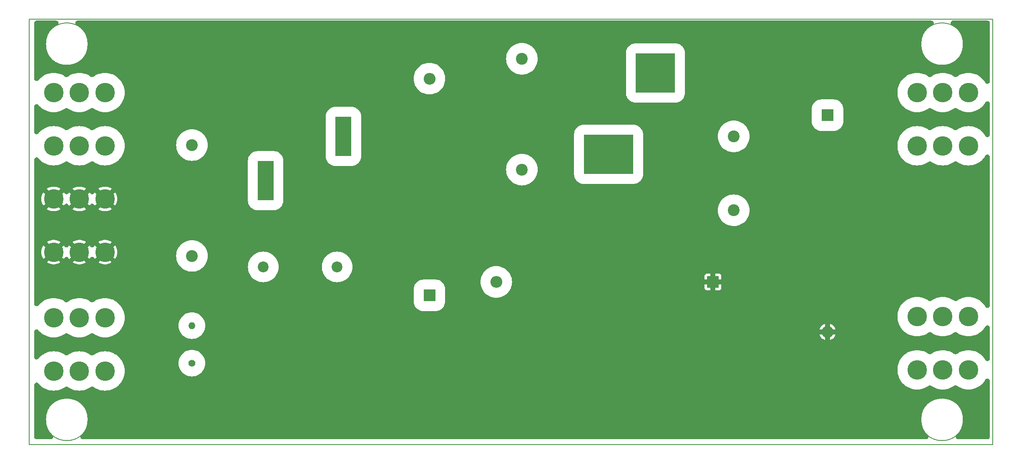
<source format=gbr>
%TF.GenerationSoftware,KiCad,Pcbnew,7.0.7*%
%TF.CreationDate,2023-09-25T12:20:41+02:00*%
%TF.ProjectId,GradientAmplifierFilter_V1,47726164-6965-46e7-9441-6d706c696669,rev?*%
%TF.SameCoordinates,Original*%
%TF.FileFunction,Copper,L2,Inr*%
%TF.FilePolarity,Positive*%
%FSLAX46Y46*%
G04 Gerber Fmt 4.6, Leading zero omitted, Abs format (unit mm)*
G04 Created by KiCad (PCBNEW 7.0.7) date 2023-09-25 12:20:41*
%MOMM*%
%LPD*%
G01*
G04 APERTURE LIST*
%TA.AperFunction,ComponentPad*%
%ADD10R,3.200000X8.000000*%
%TD*%
%TA.AperFunction,ComponentPad*%
%ADD11C,3.960000*%
%TD*%
%TA.AperFunction,ComponentPad*%
%ADD12C,2.200000*%
%TD*%
%TA.AperFunction,ComponentPad*%
%ADD13R,10.000000X8.000000*%
%TD*%
%TA.AperFunction,ComponentPad*%
%ADD14R,8.000000X8.000000*%
%TD*%
%TA.AperFunction,ComponentPad*%
%ADD15R,2.400000X2.400000*%
%TD*%
%TA.AperFunction,ComponentPad*%
%ADD16O,2.400000X2.400000*%
%TD*%
%TA.AperFunction,ComponentPad*%
%ADD17C,2.400000*%
%TD*%
%TA.AperFunction,ComponentPad*%
%ADD18C,1.400000*%
%TD*%
%TA.AperFunction,ComponentPad*%
%ADD19O,1.400000X1.400000*%
%TD*%
%TA.AperFunction,Profile*%
%ADD20C,0.150000*%
%TD*%
G04 APERTURE END LIST*
D10*
%TO.N,GradientIn+*%
%TO.C,U1*%
X32990000Y-56500000D03*
%TO.N,GradientOut+*%
X48790000Y-47500000D03*
%TD*%
D11*
%TO.N,GradientIn-*%
%TO.C,J4*%
X165220000Y-94890000D03*
X165220000Y-84090000D03*
X170430000Y-94890000D03*
X170430000Y-84090000D03*
X175640000Y-94890000D03*
X175640000Y-84090000D03*
%TD*%
D12*
%TO.N,GradientIn+*%
%TO.C,C1*%
X32500000Y-74000000D03*
%TO.N,Net-(C1-Pad2)*%
X47500000Y-74000000D03*
%TD*%
D11*
%TO.N,GradientIn+*%
%TO.C,J1*%
X380000Y-38610000D03*
X380000Y-49410000D03*
X-4830000Y-38610000D03*
X-4830000Y-49410000D03*
X-10040000Y-38610000D03*
X-10040000Y-49410000D03*
%TD*%
D13*
%TO.N,Net-(C2-Pad1)*%
%TO.C,L1*%
X102600000Y-51150000D03*
D14*
%TO.N,GradientOut+*%
X112120000Y-34650000D03*
%TD*%
D15*
%TO.N,Net-(C2-Pad2)*%
%TO.C,R3*%
X147050000Y-43200000D03*
D16*
%TO.N,Earth*%
X147050000Y-87200000D03*
%TD*%
D15*
%TO.N,Net-(C1-Pad2)*%
%TO.C,R1*%
X66240000Y-79780000D03*
D16*
%TO.N,GradientOut+*%
X66240000Y-35780000D03*
%TD*%
D11*
%TO.N,Earth*%
%TO.C,J3*%
X-10040000Y-71000000D03*
X-10040000Y-60200000D03*
X-4830000Y-71000000D03*
X-4830000Y-60200000D03*
X380000Y-71000000D03*
X380000Y-60200000D03*
%TD*%
D15*
%TO.N,Earth*%
%TO.C,R2*%
X123800000Y-77050000D03*
D16*
%TO.N,Net-(C4-Pad2)*%
X79800000Y-77050000D03*
%TD*%
D17*
%TO.N,GradientOut+*%
%TO.C,C4*%
X85000000Y-31750000D03*
%TO.N,Net-(C4-Pad2)*%
X85000000Y-54250000D03*
%TD*%
%TO.N,Net-(C2-Pad1)*%
%TO.C,C2*%
X128000000Y-62500000D03*
%TO.N,Net-(C2-Pad2)*%
X128000000Y-47500000D03*
%TD*%
D11*
%TO.N,GradientOut+*%
%TO.C,J5*%
X165220000Y-49410000D03*
X165220000Y-38610000D03*
X170430000Y-49410000D03*
X170430000Y-38610000D03*
X175640000Y-49410000D03*
X175640000Y-38610000D03*
%TD*%
D17*
%TO.N,GradientIn+*%
%TO.C,C3*%
X18030000Y-49270000D03*
%TO.N,Net-(C3-Pad2)*%
X18030000Y-71770000D03*
%TD*%
D18*
%TO.N,GradientIn-*%
%TO.C,R4*%
X18030000Y-93540000D03*
D19*
%TO.N,Net-(C3-Pad2)*%
X18030000Y-85920000D03*
%TD*%
D11*
%TO.N,GradientIn-*%
%TO.C,J2*%
X380000Y-84330000D03*
X380000Y-95130000D03*
X-4830000Y-84330000D03*
X-4830000Y-95130000D03*
X-10040000Y-84330000D03*
X-10040000Y-95130000D03*
%TD*%
%TA.AperFunction,Conductor*%
%TO.N,Earth*%
G36*
X-9418909Y-24020213D02*
G01*
X-9289714Y-24079214D01*
X-9182375Y-24172224D01*
X-9105588Y-24291708D01*
X-9065573Y-24427985D01*
X-9065573Y-24570015D01*
X-9105588Y-24706292D01*
X-9182375Y-24825776D01*
X-9289714Y-24918786D01*
X-9330835Y-24942527D01*
X-9452400Y-25005198D01*
X-9522692Y-25041436D01*
X-9867365Y-25262943D01*
X-10135964Y-25474173D01*
X-10189422Y-25516213D01*
X-10485948Y-25798950D01*
X-10485952Y-25798955D01*
X-10485955Y-25798958D01*
X-10735234Y-26086642D01*
X-10754255Y-26108593D01*
X-10991914Y-26442337D01*
X-11168536Y-26748256D01*
X-11196775Y-26797167D01*
X-11366969Y-27169841D01*
X-11366974Y-27169853D01*
X-11500979Y-27557035D01*
X-11597573Y-27955202D01*
X-11655882Y-28360748D01*
X-11675377Y-28770000D01*
X-11655882Y-29179252D01*
X-11597573Y-29584798D01*
X-11500979Y-29982965D01*
X-11366974Y-30370147D01*
X-11366969Y-30370157D01*
X-11366969Y-30370158D01*
X-11211786Y-30709963D01*
X-11196772Y-30742838D01*
X-10991914Y-31097663D01*
X-10754255Y-31431407D01*
X-10485948Y-31741050D01*
X-10189422Y-32023787D01*
X-9867364Y-32277057D01*
X-9522688Y-32498566D01*
X-9200180Y-32664830D01*
X-9178378Y-32680355D01*
X-9083889Y-32716185D01*
X-8829228Y-32818136D01*
X-8801440Y-32834180D01*
X-8711241Y-32858741D01*
X-8688313Y-32866190D01*
X-8450984Y-32956186D01*
X-8370871Y-32958775D01*
X-8310342Y-32969113D01*
X-8286782Y-32974320D01*
X-8043886Y-33040459D01*
X-7966282Y-33035495D01*
X-7900693Y-33040260D01*
X-7876751Y-33043167D01*
X-7630376Y-33085246D01*
X-7556113Y-33073246D01*
X-7486028Y-33071551D01*
X-7461906Y-33072134D01*
X-7214621Y-33090097D01*
X-7144254Y-33071643D01*
X-7070299Y-33062664D01*
X-7046243Y-33060916D01*
X-6800275Y-33054968D01*
X-6734390Y-33030710D01*
X-6657434Y-33013703D01*
X-6633657Y-33009642D01*
X-6392649Y-32980378D01*
X-6391680Y-32980399D01*
X-6391668Y-32980396D01*
X-6330338Y-32950839D01*
X-6251195Y-32925123D01*
X-6227917Y-32918785D01*
X-5999174Y-32868236D01*
X-5994732Y-32867903D01*
X-5992450Y-32867162D01*
X-5935759Y-32832763D01*
X-5855354Y-32797735D01*
X-5832792Y-32789178D01*
X-5617708Y-32719295D01*
X-5610104Y-32717979D01*
X-5605969Y-32716178D01*
X-5554259Y-32677544D01*
X-5473697Y-32632746D01*
X-5452076Y-32622057D01*
X-5251776Y-32534801D01*
X-5241309Y-32531926D01*
X-5235717Y-32528817D01*
X-5189318Y-32486621D01*
X-5109763Y-32431709D01*
X-5089274Y-32418982D01*
X-4904692Y-32316341D01*
X-4891775Y-32311409D01*
X-4885192Y-32306865D01*
X-4844296Y-32261762D01*
X-4766897Y-32196463D01*
X-4747731Y-32181817D01*
X-4579691Y-32065828D01*
X-4564757Y-32058404D01*
X-4557568Y-32052338D01*
X-4522313Y-32005009D01*
X-4448339Y-31929224D01*
X-4430673Y-31912794D01*
X-4279777Y-31785485D01*
X-4263303Y-31775202D01*
X-4255877Y-31767595D01*
X-4245236Y-31750000D01*
X81794457Y-31750000D01*
X81814612Y-32108902D01*
X81814614Y-32108920D01*
X81874827Y-32463302D01*
X81874827Y-32463303D01*
X81974338Y-32808717D01*
X81974340Y-32808721D01*
X81974341Y-32808724D01*
X81998545Y-32867158D01*
X82111904Y-33140831D01*
X82185397Y-33273806D01*
X82285789Y-33455452D01*
X82493806Y-33748623D01*
X82733339Y-34016661D01*
X83001377Y-34256194D01*
X83294548Y-34464211D01*
X83511928Y-34584352D01*
X83609168Y-34638095D01*
X83731847Y-34688910D01*
X83941276Y-34775659D01*
X83941280Y-34775660D01*
X83941282Y-34775661D01*
X84286696Y-34875172D01*
X84286697Y-34875172D01*
X84286700Y-34875173D01*
X84449101Y-34902766D01*
X84641079Y-34935385D01*
X84641085Y-34935385D01*
X84641093Y-34935387D01*
X84928218Y-34951511D01*
X84999999Y-34955543D01*
X84999999Y-34955542D01*
X85000000Y-34955543D01*
X85358907Y-34935387D01*
X85358916Y-34935385D01*
X85358920Y-34935385D01*
X85444069Y-34920917D01*
X85713300Y-34875173D01*
X86058724Y-34775659D01*
X86354899Y-34652978D01*
X86390831Y-34638095D01*
X86390833Y-34638094D01*
X86705452Y-34464211D01*
X86998623Y-34256194D01*
X87266661Y-34016661D01*
X87506194Y-33748623D01*
X87714211Y-33455452D01*
X87888094Y-33140833D01*
X88025659Y-32808724D01*
X88125173Y-32463300D01*
X88185387Y-32108907D01*
X88205543Y-31750000D01*
X88203785Y-31718705D01*
X88185387Y-31391097D01*
X88185385Y-31391079D01*
X88143671Y-31145573D01*
X88125173Y-31036700D01*
X88097634Y-30941109D01*
X88025661Y-30691282D01*
X88025660Y-30691280D01*
X88025659Y-30691276D01*
X87903191Y-30395613D01*
X87888095Y-30359168D01*
X87805436Y-30209608D01*
X87714211Y-30044548D01*
X87506194Y-29751377D01*
X87266661Y-29483339D01*
X86998623Y-29243806D01*
X86705452Y-29035789D01*
X86573337Y-28962772D01*
X86390831Y-28861904D01*
X86145471Y-28760273D01*
X86058724Y-28724341D01*
X86058721Y-28724340D01*
X86058717Y-28724338D01*
X85713303Y-28624827D01*
X85358920Y-28564614D01*
X85358902Y-28564612D01*
X85000000Y-28544457D01*
X84641097Y-28564612D01*
X84641079Y-28564614D01*
X84286697Y-28624827D01*
X84286696Y-28624827D01*
X83941282Y-28724338D01*
X83941276Y-28724341D01*
X83609168Y-28861904D01*
X83294548Y-29035789D01*
X83001377Y-29243805D01*
X82733339Y-29483339D01*
X82493805Y-29751377D01*
X82285789Y-30044548D01*
X82111904Y-30359168D01*
X81974341Y-30691276D01*
X81974338Y-30691282D01*
X81874827Y-31036696D01*
X81874827Y-31036697D01*
X81814614Y-31391079D01*
X81814612Y-31391097D01*
X81794457Y-31749999D01*
X81794457Y-31750000D01*
X-4245236Y-31750000D01*
X-4226309Y-31718705D01*
X-4157066Y-31632489D01*
X-4141072Y-31614436D01*
X-4007718Y-31477817D01*
X-3990213Y-31464379D01*
X-3982878Y-31455246D01*
X-3958987Y-31405486D01*
X-3895805Y-31309046D01*
X-3881626Y-31289532D01*
X-3766005Y-31145569D01*
X-3748017Y-31128766D01*
X-3741106Y-31118218D01*
X-3722778Y-31068214D01*
X-3666980Y-30961900D01*
X-3654751Y-30941107D01*
X-3556892Y-30791740D01*
X-3538969Y-30771419D01*
X-3532762Y-30759594D01*
X-3519825Y-30709971D01*
X-3472722Y-30594285D01*
X-3462556Y-30572408D01*
X-3382311Y-30419516D01*
X-3365024Y-30395613D01*
X-3359758Y-30382680D01*
X-3351973Y-30334047D01*
X-3314840Y-30209608D01*
X-3306833Y-30186852D01*
X-3243900Y-30032283D01*
X-3227815Y-30004796D01*
X-3223683Y-29990949D01*
X-3220739Y-29943854D01*
X-3194829Y-29811506D01*
X-3189056Y-29788086D01*
X-3142946Y-29633563D01*
X-3128625Y-29602564D01*
X-3125779Y-29588028D01*
X-3127306Y-29542975D01*
X-3113799Y-29403674D01*
X-3110313Y-29379804D01*
X-3073097Y-29189710D01*
X-3081216Y-29120954D01*
X-3080810Y-29109815D01*
X-3076758Y-29024794D01*
X-3075877Y-29012595D01*
X-3071493Y-28967369D01*
X-3056833Y-28816171D01*
X-3047686Y-28778706D01*
X-3047686Y-28763524D01*
X-3056833Y-28723825D01*
X-3075876Y-28527422D01*
X-3076758Y-28515214D01*
X-3080810Y-28430179D01*
X-3073154Y-28349998D01*
X-3110313Y-28160192D01*
X-3113799Y-28136322D01*
X-3127306Y-27997022D01*
X-3125331Y-27954259D01*
X-3128222Y-27939490D01*
X-3142944Y-27906440D01*
X-3189056Y-27751914D01*
X-3194829Y-27728491D01*
X-3220740Y-27596142D01*
X-3223006Y-27551317D01*
X-3227241Y-27537125D01*
X-3243901Y-27507713D01*
X-3306834Y-27353144D01*
X-3314840Y-27330390D01*
X-3351974Y-27205949D01*
X-3358855Y-27159537D01*
X-3364302Y-27146157D01*
X-3382312Y-27120481D01*
X-3462557Y-26967587D01*
X-3472723Y-26945711D01*
X-3519826Y-26830022D01*
X-3531637Y-26782549D01*
X-3538133Y-26770173D01*
X-3556892Y-26748258D01*
X-3654753Y-26598885D01*
X-3666982Y-26578093D01*
X-3722780Y-26471780D01*
X-3739777Y-26423808D01*
X-3747095Y-26412639D01*
X-3766003Y-26394432D01*
X-3881625Y-26250469D01*
X-3895804Y-26230953D01*
X-3958990Y-26134506D01*
X-3981358Y-26086644D01*
X-3989242Y-26076827D01*
X-4007714Y-26062185D01*
X-4141074Y-25925561D01*
X-4157070Y-25907505D01*
X-4226316Y-25821285D01*
X-4254182Y-25774141D01*
X-4262329Y-25765795D01*
X-4279775Y-25754515D01*
X-4430671Y-25627206D01*
X-4448337Y-25610777D01*
X-4522318Y-25534984D01*
X-4555723Y-25489216D01*
X-4563814Y-25482390D01*
X-4579689Y-25474173D01*
X-4747737Y-25358177D01*
X-4766903Y-25343531D01*
X-4844304Y-25278230D01*
X-4883226Y-25234489D01*
X-4890920Y-25229178D01*
X-4904685Y-25223659D01*
X-5089272Y-25121018D01*
X-5109764Y-25108289D01*
X-5189329Y-25053369D01*
X-5233649Y-25012331D01*
X-5240572Y-25008481D01*
X-5251771Y-25005200D01*
X-5363616Y-24956478D01*
X-5484430Y-24881801D01*
X-5579311Y-24776112D01*
X-5640573Y-24647973D01*
X-5663252Y-24507765D01*
X-5645512Y-24366848D01*
X-5588789Y-24236636D01*
X-5497679Y-24127679D01*
X-5379562Y-24048805D01*
X-5244009Y-24006403D01*
X-5164329Y-24000000D01*
X168110505Y-24000000D01*
X168251090Y-24020213D01*
X168380285Y-24079214D01*
X168487624Y-24172224D01*
X168564411Y-24291708D01*
X168604426Y-24427985D01*
X168604426Y-24570015D01*
X168564411Y-24706292D01*
X168487624Y-24825776D01*
X168380285Y-24918786D01*
X168339161Y-24942528D01*
X168147313Y-25041432D01*
X168147310Y-25041434D01*
X167802634Y-25262943D01*
X167480577Y-25516213D01*
X167184047Y-25798955D01*
X167184044Y-25798958D01*
X166915749Y-26108587D01*
X166915741Y-26108597D01*
X166814715Y-26250469D01*
X166678086Y-26442337D01*
X166661084Y-26471786D01*
X166473224Y-26797167D01*
X166303030Y-27169841D01*
X166303025Y-27169854D01*
X166169024Y-27557024D01*
X166169014Y-27557060D01*
X166072428Y-27955196D01*
X166072427Y-27955198D01*
X166014117Y-28360754D01*
X165994623Y-28770000D01*
X166014117Y-29179245D01*
X166072427Y-29584801D01*
X166072428Y-29584803D01*
X166169014Y-29982939D01*
X166169024Y-29982975D01*
X166303025Y-30370145D01*
X166303030Y-30370158D01*
X166473224Y-30742832D01*
X166501464Y-30791745D01*
X166678086Y-31097663D01*
X166712203Y-31145573D01*
X166915741Y-31431402D01*
X166915749Y-31431412D01*
X166944315Y-31464379D01*
X167184052Y-31741050D01*
X167480578Y-32023787D01*
X167524597Y-32058404D01*
X167802634Y-32277056D01*
X168147310Y-32498565D01*
X168147313Y-32498567D01*
X168333615Y-32594612D01*
X168407584Y-32632746D01*
X168469823Y-32664832D01*
X168491624Y-32680356D01*
X168586126Y-32716192D01*
X168840772Y-32818137D01*
X168868560Y-32834180D01*
X168958754Y-32858740D01*
X168981681Y-32866189D01*
X169218995Y-32956180D01*
X169299100Y-32958770D01*
X169359659Y-32969114D01*
X169383217Y-32974320D01*
X169626111Y-33040459D01*
X169703702Y-33035495D01*
X169769312Y-33040261D01*
X169793256Y-33043168D01*
X170039625Y-33085246D01*
X170113883Y-33073246D01*
X170183975Y-33071551D01*
X170208095Y-33072134D01*
X170455381Y-33090097D01*
X170525743Y-33071643D01*
X170599697Y-33062664D01*
X170623753Y-33060916D01*
X170869731Y-33054968D01*
X170935613Y-33030709D01*
X171012575Y-33013702D01*
X171036349Y-33009641D01*
X171277345Y-32980378D01*
X171278314Y-32980399D01*
X171278337Y-32980394D01*
X171339664Y-32950837D01*
X171418804Y-32925123D01*
X171442081Y-32918785D01*
X171670821Y-32868237D01*
X171675259Y-32867904D01*
X171677557Y-32867158D01*
X171734248Y-32832758D01*
X171814649Y-32797733D01*
X171837207Y-32789178D01*
X172052284Y-32719296D01*
X172059891Y-32717979D01*
X172064042Y-32716170D01*
X172115740Y-32677543D01*
X172196303Y-32632745D01*
X172217925Y-32622055D01*
X172418220Y-32534802D01*
X172428688Y-32531926D01*
X172434287Y-32528813D01*
X172480684Y-32486619D01*
X172560240Y-32431705D01*
X172580732Y-32418977D01*
X172765307Y-32316342D01*
X172778221Y-32311411D01*
X172784806Y-32306866D01*
X172825705Y-32261760D01*
X172903096Y-32196466D01*
X172922264Y-32181819D01*
X173090306Y-32065829D01*
X173105239Y-32058405D01*
X173112434Y-32052334D01*
X173147689Y-32005005D01*
X173221660Y-31929223D01*
X173239326Y-31912793D01*
X173390217Y-31785488D01*
X173406692Y-31775204D01*
X173414127Y-31767587D01*
X173443691Y-31718702D01*
X173512935Y-31632484D01*
X173528931Y-31614429D01*
X173662280Y-31477817D01*
X173679783Y-31464380D01*
X173687124Y-31455240D01*
X173711013Y-31405483D01*
X173774192Y-31309048D01*
X173788372Y-31289532D01*
X173903990Y-31145573D01*
X173921979Y-31128768D01*
X173928892Y-31118216D01*
X173947223Y-31068207D01*
X174003018Y-30961900D01*
X174015246Y-30941109D01*
X174113102Y-30791745D01*
X174131026Y-30771422D01*
X174137239Y-30759583D01*
X174150176Y-30709963D01*
X174197276Y-30594286D01*
X174207441Y-30572410D01*
X174287685Y-30419521D01*
X174304972Y-30395616D01*
X174310241Y-30382676D01*
X174318027Y-30334041D01*
X174355156Y-30209614D01*
X174363163Y-30186858D01*
X174426096Y-30032289D01*
X174442184Y-30004797D01*
X174446315Y-29990953D01*
X174449260Y-29943847D01*
X174475170Y-29811504D01*
X174480943Y-29788082D01*
X174527052Y-29633565D01*
X174541372Y-29602567D01*
X174544220Y-29588020D01*
X174542694Y-29542970D01*
X174556201Y-29403667D01*
X174559687Y-29379797D01*
X174596901Y-29189706D01*
X174588783Y-29120950D01*
X174589186Y-29109875D01*
X174593239Y-29024788D01*
X174594119Y-29012621D01*
X174597489Y-28977869D01*
X174597489Y-28977860D01*
X174597823Y-28974417D01*
X174597826Y-28974383D01*
X174613165Y-28816180D01*
X174622313Y-28778709D01*
X174622313Y-28763520D01*
X174613165Y-28723817D01*
X174597489Y-28562139D01*
X174597489Y-28562131D01*
X174594118Y-28527375D01*
X174593239Y-28515198D01*
X174589189Y-28430181D01*
X174596845Y-28350005D01*
X174559686Y-28160201D01*
X174556200Y-28136330D01*
X174542693Y-27997027D01*
X174544667Y-27954260D01*
X174541775Y-27939489D01*
X174527051Y-27906433D01*
X174480942Y-27751915D01*
X174475169Y-27728493D01*
X174449260Y-27596148D01*
X174446993Y-27551317D01*
X174442758Y-27537126D01*
X174426097Y-27507710D01*
X174363165Y-27353144D01*
X174355158Y-27330389D01*
X174318027Y-27205956D01*
X174311144Y-27159540D01*
X174305696Y-27146158D01*
X174287685Y-27120477D01*
X174207441Y-26967589D01*
X174197276Y-26945712D01*
X174150175Y-26830030D01*
X174138361Y-26782551D01*
X174131867Y-26770178D01*
X174113104Y-26748256D01*
X174015249Y-26598894D01*
X174003020Y-26578102D01*
X173947221Y-26471786D01*
X173930222Y-26423810D01*
X173922904Y-26412642D01*
X173903993Y-26394429D01*
X173788369Y-26250464D01*
X173774190Y-26230948D01*
X173711010Y-26134512D01*
X173688638Y-26086642D01*
X173680755Y-26076827D01*
X173662280Y-26062182D01*
X173528933Y-25925571D01*
X173512938Y-25907516D01*
X173443687Y-25821289D01*
X173415820Y-25774145D01*
X173407670Y-25765795D01*
X173390220Y-25754512D01*
X173239321Y-25627201D01*
X173221656Y-25610772D01*
X173147686Y-25534992D01*
X173114274Y-25489215D01*
X173106180Y-25482387D01*
X173090308Y-25474171D01*
X172922263Y-25358178D01*
X172903095Y-25343531D01*
X172825698Y-25278232D01*
X172786777Y-25234493D01*
X172779078Y-25229178D01*
X172765311Y-25223658D01*
X172580726Y-25121018D01*
X172560235Y-25108289D01*
X172480674Y-25053373D01*
X172436350Y-25012332D01*
X172429426Y-25008482D01*
X172418224Y-25005198D01*
X172306382Y-24956477D01*
X172185569Y-24881800D01*
X172090688Y-24776111D01*
X172029426Y-24647972D01*
X172006747Y-24507764D01*
X172024488Y-24366846D01*
X172081211Y-24236635D01*
X172172321Y-24127679D01*
X172290438Y-24048804D01*
X172425991Y-24006403D01*
X172505670Y-24000000D01*
X179501000Y-24000000D01*
X179641585Y-24020213D01*
X179770780Y-24079214D01*
X179878119Y-24172224D01*
X179954906Y-24291708D01*
X179994921Y-24427985D01*
X180000000Y-24499000D01*
X180000000Y-36338451D01*
X179979787Y-36479036D01*
X179920786Y-36608231D01*
X179827776Y-36715570D01*
X179708292Y-36792357D01*
X179572015Y-36832372D01*
X179429985Y-36832372D01*
X179293708Y-36792357D01*
X179174224Y-36715570D01*
X179081214Y-36608231D01*
X179072994Y-36594989D01*
X178953656Y-36395886D01*
X178720683Y-36081756D01*
X178458033Y-35791967D01*
X178458032Y-35791966D01*
X178168243Y-35529316D01*
X177854116Y-35296345D01*
X177742878Y-35229671D01*
X177518657Y-35095279D01*
X177165108Y-34928063D01*
X177165104Y-34928061D01*
X177165103Y-34928061D01*
X176984946Y-34863600D01*
X176796872Y-34796306D01*
X176796869Y-34796305D01*
X176796863Y-34796303D01*
X176417507Y-34701279D01*
X176417479Y-34701273D01*
X176030631Y-34643890D01*
X176030632Y-34643890D01*
X175640000Y-34624700D01*
X175249367Y-34643890D01*
X174862520Y-34701273D01*
X174862492Y-34701279D01*
X174483136Y-34796303D01*
X174483135Y-34796303D01*
X174114896Y-34928061D01*
X173761341Y-35095280D01*
X173425887Y-35296343D01*
X173332251Y-35365788D01*
X173207291Y-35433298D01*
X173068373Y-35462868D01*
X172926752Y-35452102D01*
X172793900Y-35401874D01*
X172737749Y-35365788D01*
X172705462Y-35341842D01*
X172644114Y-35296344D01*
X172308657Y-35095279D01*
X171955108Y-34928063D01*
X171955104Y-34928061D01*
X171955103Y-34928061D01*
X171774946Y-34863600D01*
X171586872Y-34796306D01*
X171586869Y-34796305D01*
X171586863Y-34796303D01*
X171207507Y-34701279D01*
X171207479Y-34701273D01*
X170820631Y-34643890D01*
X170820632Y-34643890D01*
X170430000Y-34624700D01*
X170039367Y-34643890D01*
X169652520Y-34701273D01*
X169652492Y-34701279D01*
X169273136Y-34796303D01*
X169273135Y-34796303D01*
X168904896Y-34928061D01*
X168551341Y-35095280D01*
X168215887Y-35296343D01*
X168122251Y-35365788D01*
X167997291Y-35433298D01*
X167858373Y-35462868D01*
X167716752Y-35452102D01*
X167583900Y-35401874D01*
X167527749Y-35365788D01*
X167495462Y-35341842D01*
X167434114Y-35296344D01*
X167098657Y-35095279D01*
X166745108Y-34928063D01*
X166745104Y-34928061D01*
X166745103Y-34928061D01*
X166564946Y-34863600D01*
X166376872Y-34796306D01*
X166376869Y-34796305D01*
X166376863Y-34796303D01*
X165997507Y-34701279D01*
X165997479Y-34701273D01*
X165610631Y-34643890D01*
X165610632Y-34643890D01*
X165220000Y-34624700D01*
X164829367Y-34643890D01*
X164442520Y-34701273D01*
X164442492Y-34701279D01*
X164063136Y-34796303D01*
X164063135Y-34796303D01*
X163694896Y-34928061D01*
X163341341Y-35095280D01*
X163005883Y-35296345D01*
X162691756Y-35529316D01*
X162401967Y-35791966D01*
X162401966Y-35791967D01*
X162139316Y-36081756D01*
X161906345Y-36395883D01*
X161705280Y-36731341D01*
X161538061Y-37084896D01*
X161406303Y-37453135D01*
X161406303Y-37453136D01*
X161311279Y-37832492D01*
X161311273Y-37832520D01*
X161253890Y-38219367D01*
X161234700Y-38609999D01*
X161253890Y-39000632D01*
X161311273Y-39387479D01*
X161311279Y-39387507D01*
X161406303Y-39766863D01*
X161406303Y-39766864D01*
X161495017Y-40014804D01*
X161538063Y-40135108D01*
X161705279Y-40488657D01*
X161793110Y-40635194D01*
X161906345Y-40824116D01*
X162139316Y-41138243D01*
X162401966Y-41428032D01*
X162401967Y-41428033D01*
X162691756Y-41690683D01*
X162912255Y-41854215D01*
X163005886Y-41923656D01*
X163341343Y-42124721D01*
X163694892Y-42291937D01*
X164063128Y-42423694D01*
X164442507Y-42518724D01*
X164829372Y-42576110D01*
X165220000Y-42595300D01*
X165610628Y-42576110D01*
X165997493Y-42518724D01*
X166376872Y-42423694D01*
X166745108Y-42291937D01*
X167098657Y-42124721D01*
X167434114Y-41923656D01*
X167527750Y-41854210D01*
X167652706Y-41786702D01*
X167791623Y-41757131D01*
X167933245Y-41767896D01*
X168066097Y-41818124D01*
X168122244Y-41854206D01*
X168215886Y-41923656D01*
X168551343Y-42124721D01*
X168904892Y-42291937D01*
X169273128Y-42423694D01*
X169652507Y-42518724D01*
X170039372Y-42576110D01*
X170430000Y-42595300D01*
X170820628Y-42576110D01*
X171207493Y-42518724D01*
X171586872Y-42423694D01*
X171955108Y-42291937D01*
X172308657Y-42124721D01*
X172644114Y-41923656D01*
X172737750Y-41854210D01*
X172862706Y-41786702D01*
X173001623Y-41757131D01*
X173143245Y-41767896D01*
X173276097Y-41818124D01*
X173332244Y-41854206D01*
X173425886Y-41923656D01*
X173761343Y-42124721D01*
X174114892Y-42291937D01*
X174483128Y-42423694D01*
X174862507Y-42518724D01*
X175249372Y-42576110D01*
X175640000Y-42595300D01*
X176030628Y-42576110D01*
X176417493Y-42518724D01*
X176796872Y-42423694D01*
X177165108Y-42291937D01*
X177518657Y-42124721D01*
X177854114Y-41923656D01*
X178168248Y-41690679D01*
X178458033Y-41428033D01*
X178720679Y-41138248D01*
X178726833Y-41129951D01*
X178885741Y-40915687D01*
X178953656Y-40824114D01*
X179072995Y-40625008D01*
X179162605Y-40514819D01*
X179279632Y-40434338D01*
X179414593Y-40390086D01*
X179556553Y-40385650D01*
X179694014Y-40421389D01*
X179815837Y-40494407D01*
X179912154Y-40598788D01*
X179975162Y-40726078D01*
X179999757Y-40865962D01*
X180000000Y-40881548D01*
X180000000Y-47138451D01*
X179979787Y-47279036D01*
X179920786Y-47408231D01*
X179827776Y-47515570D01*
X179708292Y-47592357D01*
X179572015Y-47632372D01*
X179429985Y-47632372D01*
X179293708Y-47592357D01*
X179174224Y-47515570D01*
X179081214Y-47408231D01*
X179072994Y-47394989D01*
X178953656Y-47195886D01*
X178720683Y-46881756D01*
X178458033Y-46591967D01*
X178458032Y-46591966D01*
X178168243Y-46329316D01*
X177854116Y-46096345D01*
X177742878Y-46029672D01*
X177518657Y-45895279D01*
X177165108Y-45728063D01*
X177165104Y-45728061D01*
X177165103Y-45728061D01*
X176902949Y-45634261D01*
X176796872Y-45596306D01*
X176796869Y-45596305D01*
X176796863Y-45596303D01*
X176417507Y-45501279D01*
X176417479Y-45501273D01*
X176030631Y-45443890D01*
X176030632Y-45443890D01*
X175640000Y-45424700D01*
X175249367Y-45443890D01*
X174862520Y-45501273D01*
X174862492Y-45501279D01*
X174483136Y-45596303D01*
X174483135Y-45596303D01*
X174114896Y-45728061D01*
X173761341Y-45895280D01*
X173425887Y-46096343D01*
X173332251Y-46165788D01*
X173207291Y-46233298D01*
X173068373Y-46262868D01*
X172926752Y-46252102D01*
X172793900Y-46201874D01*
X172737749Y-46165788D01*
X172661405Y-46109168D01*
X172644114Y-46096344D01*
X172308657Y-45895279D01*
X171955108Y-45728063D01*
X171955104Y-45728061D01*
X171955103Y-45728061D01*
X171692949Y-45634261D01*
X171586872Y-45596306D01*
X171586869Y-45596305D01*
X171586863Y-45596303D01*
X171207507Y-45501279D01*
X171207479Y-45501273D01*
X170820631Y-45443890D01*
X170820632Y-45443890D01*
X170430000Y-45424700D01*
X170039367Y-45443890D01*
X169652520Y-45501273D01*
X169652492Y-45501279D01*
X169273136Y-45596303D01*
X169273135Y-45596303D01*
X168904896Y-45728061D01*
X168551341Y-45895280D01*
X168215887Y-46096343D01*
X168122251Y-46165788D01*
X167997291Y-46233298D01*
X167858373Y-46262868D01*
X167716752Y-46252102D01*
X167583900Y-46201874D01*
X167527749Y-46165788D01*
X167451405Y-46109168D01*
X167434114Y-46096344D01*
X167098657Y-45895279D01*
X166745108Y-45728063D01*
X166745104Y-45728061D01*
X166745103Y-45728061D01*
X166482949Y-45634261D01*
X166376872Y-45596306D01*
X166376869Y-45596305D01*
X166376863Y-45596303D01*
X165997507Y-45501279D01*
X165997479Y-45501273D01*
X165610631Y-45443890D01*
X165610632Y-45443890D01*
X165220000Y-45424700D01*
X164829367Y-45443890D01*
X164442520Y-45501273D01*
X164442492Y-45501279D01*
X164063136Y-45596303D01*
X164063135Y-45596303D01*
X163694896Y-45728061D01*
X163341341Y-45895280D01*
X163005883Y-46096345D01*
X162691756Y-46329316D01*
X162401967Y-46591966D01*
X162401966Y-46591967D01*
X162139316Y-46881756D01*
X161906345Y-47195883D01*
X161705280Y-47531341D01*
X161538061Y-47884896D01*
X161406303Y-48253135D01*
X161406303Y-48253136D01*
X161311279Y-48632492D01*
X161311273Y-48632520D01*
X161253890Y-49019367D01*
X161234700Y-49410000D01*
X161253890Y-49800632D01*
X161311273Y-50187479D01*
X161311279Y-50187507D01*
X161406303Y-50566863D01*
X161406303Y-50566864D01*
X161448710Y-50685385D01*
X161538063Y-50935108D01*
X161705279Y-51288657D01*
X161839671Y-51512878D01*
X161906345Y-51624116D01*
X162139316Y-51938243D01*
X162401966Y-52228032D01*
X162401967Y-52228033D01*
X162691756Y-52490683D01*
X162912255Y-52654215D01*
X163005886Y-52723656D01*
X163341343Y-52924721D01*
X163694892Y-53091937D01*
X164063128Y-53223694D01*
X164442507Y-53318724D01*
X164829372Y-53376110D01*
X165220000Y-53395300D01*
X165610628Y-53376110D01*
X165997493Y-53318724D01*
X166376872Y-53223694D01*
X166745108Y-53091937D01*
X167098657Y-52924721D01*
X167434114Y-52723656D01*
X167527750Y-52654210D01*
X167652706Y-52586702D01*
X167791623Y-52557131D01*
X167933245Y-52567896D01*
X168066097Y-52618124D01*
X168122244Y-52654206D01*
X168215886Y-52723656D01*
X168551343Y-52924721D01*
X168904892Y-53091937D01*
X169273128Y-53223694D01*
X169652507Y-53318724D01*
X170039372Y-53376110D01*
X170430000Y-53395300D01*
X170820628Y-53376110D01*
X171207493Y-53318724D01*
X171586872Y-53223694D01*
X171955108Y-53091937D01*
X172308657Y-52924721D01*
X172644114Y-52723656D01*
X172737750Y-52654210D01*
X172862706Y-52586702D01*
X173001623Y-52557131D01*
X173143245Y-52567896D01*
X173276097Y-52618124D01*
X173332244Y-52654206D01*
X173425886Y-52723656D01*
X173761343Y-52924721D01*
X174114892Y-53091937D01*
X174483128Y-53223694D01*
X174862507Y-53318724D01*
X175249372Y-53376110D01*
X175640000Y-53395300D01*
X176030628Y-53376110D01*
X176417493Y-53318724D01*
X176796872Y-53223694D01*
X177165108Y-53091937D01*
X177518657Y-52924721D01*
X177854114Y-52723656D01*
X178168248Y-52490679D01*
X178458033Y-52228033D01*
X178720679Y-51938248D01*
X178726833Y-51929951D01*
X178847327Y-51767482D01*
X178953656Y-51624114D01*
X179072995Y-51425008D01*
X179162605Y-51314819D01*
X179279632Y-51234338D01*
X179414593Y-51190086D01*
X179556553Y-51185650D01*
X179694014Y-51221389D01*
X179815837Y-51294407D01*
X179912154Y-51398788D01*
X179975162Y-51526078D01*
X179999757Y-51665962D01*
X180000000Y-51681548D01*
X180000000Y-81818451D01*
X179979787Y-81959036D01*
X179920786Y-82088231D01*
X179827776Y-82195570D01*
X179708292Y-82272357D01*
X179572015Y-82312372D01*
X179429985Y-82312372D01*
X179293708Y-82272357D01*
X179174224Y-82195570D01*
X179081214Y-82088231D01*
X179072994Y-82074989D01*
X178953656Y-81875886D01*
X178720683Y-81561756D01*
X178458033Y-81271967D01*
X178458032Y-81271966D01*
X178168243Y-81009316D01*
X177854116Y-80776345D01*
X177640090Y-80648063D01*
X177518657Y-80575279D01*
X177165108Y-80408063D01*
X177165104Y-80408061D01*
X177165103Y-80408061D01*
X176984946Y-80343600D01*
X176796872Y-80276306D01*
X176796869Y-80276305D01*
X176796863Y-80276303D01*
X176417507Y-80181279D01*
X176417479Y-80181273D01*
X176030631Y-80123890D01*
X176030632Y-80123890D01*
X175640000Y-80104700D01*
X175249367Y-80123890D01*
X174862520Y-80181273D01*
X174862492Y-80181279D01*
X174483136Y-80276303D01*
X174483135Y-80276303D01*
X174114896Y-80408061D01*
X173761341Y-80575280D01*
X173425887Y-80776343D01*
X173332251Y-80845788D01*
X173207291Y-80913298D01*
X173068373Y-80942868D01*
X172926752Y-80932102D01*
X172793900Y-80881874D01*
X172737749Y-80845788D01*
X172696612Y-80815279D01*
X172644114Y-80776344D01*
X172308657Y-80575279D01*
X171955108Y-80408063D01*
X171955104Y-80408061D01*
X171955103Y-80408061D01*
X171774946Y-80343600D01*
X171586872Y-80276306D01*
X171586869Y-80276305D01*
X171586863Y-80276303D01*
X171207507Y-80181279D01*
X171207479Y-80181273D01*
X170820631Y-80123890D01*
X170820632Y-80123890D01*
X170430000Y-80104700D01*
X170039367Y-80123890D01*
X169652520Y-80181273D01*
X169652492Y-80181279D01*
X169273136Y-80276303D01*
X169273135Y-80276303D01*
X168904896Y-80408061D01*
X168551341Y-80575280D01*
X168215883Y-80776346D01*
X168122248Y-80845789D01*
X167997288Y-80913298D01*
X167858370Y-80942868D01*
X167716749Y-80932102D01*
X167583897Y-80881873D01*
X167527746Y-80845786D01*
X167434116Y-80776345D01*
X167220090Y-80648063D01*
X167098657Y-80575279D01*
X166745108Y-80408063D01*
X166745104Y-80408061D01*
X166745103Y-80408061D01*
X166564946Y-80343600D01*
X166376872Y-80276306D01*
X166376869Y-80276305D01*
X166376863Y-80276303D01*
X165997507Y-80181279D01*
X165997479Y-80181273D01*
X165610631Y-80123890D01*
X165610632Y-80123890D01*
X165220000Y-80104700D01*
X164829367Y-80123890D01*
X164442520Y-80181273D01*
X164442492Y-80181279D01*
X164063136Y-80276303D01*
X164063135Y-80276303D01*
X163694896Y-80408061D01*
X163341341Y-80575280D01*
X163005883Y-80776345D01*
X162691756Y-81009316D01*
X162401967Y-81271966D01*
X162401966Y-81271967D01*
X162139316Y-81561756D01*
X161906345Y-81875883D01*
X161705280Y-82211341D01*
X161538061Y-82564896D01*
X161406303Y-82933135D01*
X161406303Y-82933136D01*
X161311279Y-83312492D01*
X161311273Y-83312520D01*
X161253890Y-83699367D01*
X161234700Y-84089999D01*
X161253890Y-84480632D01*
X161311273Y-84867479D01*
X161311279Y-84867507D01*
X161406303Y-85246863D01*
X161406303Y-85246864D01*
X161537336Y-85613078D01*
X161538063Y-85615108D01*
X161705279Y-85968657D01*
X161827167Y-86172015D01*
X161906345Y-86304116D01*
X162139316Y-86618243D01*
X162401966Y-86908032D01*
X162401967Y-86908033D01*
X162691756Y-87170683D01*
X163005883Y-87403654D01*
X163005886Y-87403656D01*
X163341343Y-87604721D01*
X163694892Y-87771937D01*
X164063128Y-87903694D01*
X164442507Y-87998724D01*
X164829372Y-88056110D01*
X165220000Y-88075300D01*
X165610628Y-88056110D01*
X165997493Y-87998724D01*
X166376872Y-87903694D01*
X166745108Y-87771937D01*
X167098657Y-87604721D01*
X167434114Y-87403656D01*
X167527748Y-87334211D01*
X167652703Y-87266703D01*
X167791620Y-87237132D01*
X167933242Y-87247895D01*
X168066094Y-87298123D01*
X168122251Y-87334212D01*
X168152480Y-87356631D01*
X168215886Y-87403656D01*
X168551343Y-87604721D01*
X168904892Y-87771937D01*
X169273128Y-87903694D01*
X169652507Y-87998724D01*
X170039372Y-88056110D01*
X170430000Y-88075300D01*
X170820628Y-88056110D01*
X171207493Y-87998724D01*
X171586872Y-87903694D01*
X171955108Y-87771937D01*
X172308657Y-87604721D01*
X172644114Y-87403656D01*
X172737748Y-87334211D01*
X172862703Y-87266703D01*
X173001620Y-87237132D01*
X173143242Y-87247895D01*
X173276094Y-87298123D01*
X173332251Y-87334212D01*
X173362480Y-87356631D01*
X173425886Y-87403656D01*
X173761343Y-87604721D01*
X174114892Y-87771937D01*
X174483128Y-87903694D01*
X174862507Y-87998724D01*
X175249372Y-88056110D01*
X175640000Y-88075300D01*
X176030628Y-88056110D01*
X176417493Y-87998724D01*
X176796872Y-87903694D01*
X177165108Y-87771937D01*
X177518657Y-87604721D01*
X177854114Y-87403656D01*
X178128713Y-87200000D01*
X178168243Y-87170683D01*
X178168244Y-87170681D01*
X178168248Y-87170679D01*
X178458033Y-86908033D01*
X178720679Y-86618248D01*
X178737980Y-86594921D01*
X178950557Y-86308292D01*
X178953656Y-86304114D01*
X179072995Y-86105008D01*
X179162605Y-85994819D01*
X179279632Y-85914338D01*
X179414593Y-85870086D01*
X179556553Y-85865650D01*
X179694014Y-85901389D01*
X179815837Y-85974407D01*
X179912154Y-86078788D01*
X179975162Y-86206078D01*
X179999757Y-86345962D01*
X180000000Y-86361548D01*
X180000000Y-92618451D01*
X179979787Y-92759036D01*
X179920786Y-92888231D01*
X179827776Y-92995570D01*
X179708292Y-93072357D01*
X179572015Y-93112372D01*
X179429985Y-93112372D01*
X179293708Y-93072357D01*
X179174224Y-92995570D01*
X179081214Y-92888231D01*
X179072994Y-92874989D01*
X178953656Y-92675886D01*
X178720683Y-92361756D01*
X178458033Y-92071967D01*
X178458032Y-92071966D01*
X178168243Y-91809316D01*
X177854116Y-91576345D01*
X177640090Y-91448063D01*
X177518657Y-91375279D01*
X177165108Y-91208063D01*
X177165104Y-91208061D01*
X177165103Y-91208061D01*
X176984946Y-91143600D01*
X176796872Y-91076306D01*
X176796869Y-91076305D01*
X176796863Y-91076303D01*
X176417507Y-90981279D01*
X176417479Y-90981273D01*
X176030631Y-90923890D01*
X176030632Y-90923890D01*
X175640000Y-90904700D01*
X175249367Y-90923890D01*
X174862520Y-90981273D01*
X174862492Y-90981279D01*
X174483136Y-91076303D01*
X174483135Y-91076303D01*
X174114896Y-91208061D01*
X173761341Y-91375280D01*
X173425887Y-91576343D01*
X173332251Y-91645788D01*
X173207291Y-91713298D01*
X173068373Y-91742868D01*
X172926752Y-91732102D01*
X172793900Y-91681874D01*
X172737749Y-91645788D01*
X172696612Y-91615279D01*
X172644114Y-91576344D01*
X172308657Y-91375279D01*
X171955108Y-91208063D01*
X171955104Y-91208061D01*
X171955103Y-91208061D01*
X171774946Y-91143600D01*
X171586872Y-91076306D01*
X171586869Y-91076305D01*
X171586863Y-91076303D01*
X171207507Y-90981279D01*
X171207479Y-90981273D01*
X170820631Y-90923890D01*
X170820632Y-90923890D01*
X170430000Y-90904700D01*
X170039367Y-90923890D01*
X169652520Y-90981273D01*
X169652492Y-90981279D01*
X169273136Y-91076303D01*
X169273135Y-91076303D01*
X168904896Y-91208061D01*
X168904891Y-91208063D01*
X168904892Y-91208063D01*
X168551343Y-91375279D01*
X168318313Y-91514952D01*
X168215883Y-91576346D01*
X168122248Y-91645789D01*
X167997288Y-91713298D01*
X167858370Y-91742868D01*
X167716749Y-91732102D01*
X167583897Y-91681873D01*
X167527746Y-91645786D01*
X167434116Y-91576345D01*
X167220090Y-91448063D01*
X167098657Y-91375279D01*
X166745108Y-91208063D01*
X166745104Y-91208061D01*
X166745103Y-91208061D01*
X166564946Y-91143600D01*
X166376872Y-91076306D01*
X166376869Y-91076305D01*
X166376863Y-91076303D01*
X165997507Y-90981279D01*
X165997479Y-90981273D01*
X165610631Y-90923890D01*
X165610632Y-90923890D01*
X165220000Y-90904700D01*
X164829367Y-90923890D01*
X164442520Y-90981273D01*
X164442492Y-90981279D01*
X164063136Y-91076303D01*
X164063135Y-91076303D01*
X163694896Y-91208061D01*
X163341341Y-91375280D01*
X163005883Y-91576345D01*
X162691756Y-91809316D01*
X162401967Y-92071966D01*
X162401966Y-92071967D01*
X162139316Y-92361756D01*
X161906345Y-92675883D01*
X161705280Y-93011341D01*
X161538061Y-93364896D01*
X161406303Y-93733135D01*
X161406303Y-93733136D01*
X161311279Y-94112492D01*
X161311273Y-94112520D01*
X161253890Y-94499367D01*
X161234700Y-94890000D01*
X161253890Y-95280632D01*
X161311273Y-95667479D01*
X161311279Y-95667507D01*
X161406303Y-96046863D01*
X161406303Y-96046864D01*
X161492176Y-96286864D01*
X161538063Y-96415108D01*
X161705279Y-96768657D01*
X161839671Y-96992878D01*
X161906345Y-97104116D01*
X162139316Y-97418243D01*
X162401966Y-97708032D01*
X162401967Y-97708033D01*
X162691756Y-97970683D01*
X163005883Y-98203654D01*
X163005886Y-98203656D01*
X163341343Y-98404721D01*
X163694892Y-98571937D01*
X164063128Y-98703694D01*
X164442507Y-98798724D01*
X164829372Y-98856110D01*
X165220000Y-98875300D01*
X165610628Y-98856110D01*
X165997493Y-98798724D01*
X166376872Y-98703694D01*
X166745108Y-98571937D01*
X167098657Y-98404721D01*
X167434114Y-98203656D01*
X167527748Y-98134211D01*
X167652703Y-98066703D01*
X167791620Y-98037132D01*
X167933242Y-98047895D01*
X168066094Y-98098123D01*
X168122251Y-98134212D01*
X168168702Y-98168662D01*
X168215886Y-98203656D01*
X168551343Y-98404721D01*
X168904892Y-98571937D01*
X169273128Y-98703694D01*
X169652507Y-98798724D01*
X170039372Y-98856110D01*
X170430000Y-98875300D01*
X170820628Y-98856110D01*
X171207493Y-98798724D01*
X171586872Y-98703694D01*
X171955108Y-98571937D01*
X172308657Y-98404721D01*
X172644114Y-98203656D01*
X172737748Y-98134211D01*
X172862703Y-98066703D01*
X173001620Y-98037132D01*
X173143242Y-98047895D01*
X173276094Y-98098123D01*
X173332251Y-98134212D01*
X173378702Y-98168662D01*
X173425886Y-98203656D01*
X173761343Y-98404721D01*
X174114892Y-98571937D01*
X174483128Y-98703694D01*
X174862507Y-98798724D01*
X175249372Y-98856110D01*
X175640000Y-98875300D01*
X176030628Y-98856110D01*
X176417493Y-98798724D01*
X176796872Y-98703694D01*
X177165108Y-98571937D01*
X177518657Y-98404721D01*
X177854114Y-98203656D01*
X178078646Y-98037132D01*
X178168243Y-97970683D01*
X178168244Y-97970681D01*
X178168248Y-97970679D01*
X178458033Y-97708033D01*
X178720679Y-97418248D01*
X178953656Y-97104114D01*
X179072995Y-96905008D01*
X179162605Y-96794819D01*
X179279632Y-96714338D01*
X179414593Y-96670086D01*
X179556553Y-96665650D01*
X179694014Y-96701389D01*
X179815837Y-96774407D01*
X179912154Y-96878788D01*
X179975162Y-97006078D01*
X179999757Y-97145962D01*
X180000000Y-97161548D01*
X180000000Y-108501000D01*
X179979787Y-108641585D01*
X179920786Y-108770780D01*
X179827776Y-108878119D01*
X179708292Y-108954906D01*
X179572015Y-108994921D01*
X179501000Y-109000000D01*
X173556080Y-109000000D01*
X173415495Y-108979787D01*
X173286300Y-108920786D01*
X173178961Y-108827776D01*
X173102174Y-108708292D01*
X173062159Y-108572015D01*
X173062159Y-108429985D01*
X173102174Y-108293708D01*
X173178961Y-108174224D01*
X173198977Y-108152462D01*
X173221648Y-108129234D01*
X173239322Y-108112797D01*
X173390217Y-107985488D01*
X173406692Y-107975204D01*
X173414127Y-107967587D01*
X173443691Y-107918702D01*
X173512935Y-107832484D01*
X173528931Y-107814429D01*
X173662280Y-107677817D01*
X173679783Y-107664380D01*
X173687124Y-107655240D01*
X173711013Y-107605483D01*
X173774192Y-107509048D01*
X173788372Y-107489532D01*
X173903990Y-107345573D01*
X173921979Y-107328768D01*
X173928892Y-107318216D01*
X173947223Y-107268207D01*
X174003018Y-107161900D01*
X174015246Y-107141109D01*
X174113102Y-106991745D01*
X174131026Y-106971422D01*
X174137239Y-106959583D01*
X174150176Y-106909963D01*
X174197276Y-106794286D01*
X174207441Y-106772410D01*
X174287685Y-106619521D01*
X174304972Y-106595616D01*
X174310241Y-106582676D01*
X174318027Y-106534041D01*
X174355156Y-106409614D01*
X174363163Y-106386858D01*
X174426096Y-106232289D01*
X174442184Y-106204797D01*
X174446315Y-106190953D01*
X174449260Y-106143847D01*
X174475170Y-106011504D01*
X174480943Y-105988082D01*
X174527052Y-105833565D01*
X174541372Y-105802567D01*
X174544220Y-105788020D01*
X174542694Y-105742970D01*
X174556201Y-105603667D01*
X174559687Y-105579797D01*
X174596901Y-105389706D01*
X174588783Y-105320950D01*
X174589186Y-105309875D01*
X174593239Y-105224788D01*
X174594119Y-105212621D01*
X174597489Y-105177869D01*
X174597489Y-105177860D01*
X174597823Y-105174417D01*
X174597826Y-105174383D01*
X174613165Y-105016180D01*
X174622313Y-104978709D01*
X174622313Y-104963520D01*
X174613165Y-104923817D01*
X174597489Y-104762139D01*
X174597489Y-104762131D01*
X174594118Y-104727375D01*
X174593239Y-104715198D01*
X174589189Y-104630181D01*
X174596845Y-104550005D01*
X174559686Y-104360201D01*
X174556200Y-104336330D01*
X174542693Y-104197027D01*
X174544667Y-104154260D01*
X174541775Y-104139489D01*
X174527051Y-104106433D01*
X174480942Y-103951915D01*
X174475169Y-103928493D01*
X174449260Y-103796148D01*
X174446993Y-103751317D01*
X174442758Y-103737126D01*
X174426097Y-103707710D01*
X174363165Y-103553144D01*
X174355158Y-103530389D01*
X174318027Y-103405956D01*
X174311144Y-103359540D01*
X174305696Y-103346158D01*
X174287685Y-103320477D01*
X174207441Y-103167589D01*
X174197276Y-103145712D01*
X174150175Y-103030030D01*
X174138361Y-102982551D01*
X174131867Y-102970178D01*
X174113104Y-102948256D01*
X174015249Y-102798894D01*
X174003020Y-102778102D01*
X173947221Y-102671786D01*
X173930222Y-102623810D01*
X173922904Y-102612642D01*
X173903993Y-102594429D01*
X173788369Y-102450464D01*
X173774190Y-102430948D01*
X173711010Y-102334512D01*
X173688638Y-102286642D01*
X173680755Y-102276827D01*
X173662280Y-102262182D01*
X173528933Y-102125571D01*
X173512938Y-102107516D01*
X173443687Y-102021289D01*
X173415820Y-101974145D01*
X173407670Y-101965795D01*
X173390220Y-101954512D01*
X173239321Y-101827201D01*
X173221656Y-101810772D01*
X173147686Y-101734992D01*
X173114274Y-101689215D01*
X173106180Y-101682387D01*
X173090308Y-101674171D01*
X172922263Y-101558178D01*
X172903095Y-101543531D01*
X172825698Y-101478232D01*
X172786777Y-101434493D01*
X172779078Y-101429178D01*
X172765311Y-101423658D01*
X172580726Y-101321018D01*
X172560235Y-101308289D01*
X172480674Y-101253373D01*
X172436350Y-101212332D01*
X172429424Y-101208481D01*
X172418222Y-101205197D01*
X172217923Y-101117941D01*
X172196304Y-101107252D01*
X172115733Y-101062450D01*
X172066181Y-101024758D01*
X172060454Y-101022264D01*
X172052291Y-101020704D01*
X171837208Y-100950820D01*
X171814650Y-100942265D01*
X171734236Y-100907236D01*
X171679731Y-100873545D01*
X171675610Y-100872206D01*
X171670826Y-100871762D01*
X171442079Y-100821212D01*
X171418802Y-100814874D01*
X171339649Y-100789156D01*
X171280305Y-100759978D01*
X171279706Y-100759906D01*
X171278395Y-100759616D01*
X171277353Y-100759620D01*
X171036336Y-100730354D01*
X171012557Y-100726293D01*
X170935580Y-100709281D01*
X170871291Y-100685060D01*
X170623737Y-100679079D01*
X170599673Y-100677331D01*
X170525745Y-100668354D01*
X170456987Y-100649795D01*
X170208059Y-100667870D01*
X170183951Y-100668453D01*
X170113858Y-100666759D01*
X170041105Y-100654498D01*
X169793330Y-100696816D01*
X169769385Y-100699724D01*
X169703642Y-100704498D01*
X169627572Y-100699141D01*
X169383211Y-100765680D01*
X169359650Y-100770887D01*
X169298983Y-100781248D01*
X169220304Y-100783322D01*
X168981687Y-100873807D01*
X168958762Y-100881256D01*
X168874593Y-100904174D01*
X168858110Y-100914539D01*
X168840781Y-100921858D01*
X168586208Y-101023774D01*
X168498267Y-101057121D01*
X168486676Y-101066065D01*
X168469848Y-101075153D01*
X168147308Y-101241435D01*
X167802634Y-101462943D01*
X167480577Y-101716213D01*
X167184047Y-101998955D01*
X167184044Y-101998958D01*
X166915749Y-102308587D01*
X166915741Y-102308597D01*
X166814715Y-102450469D01*
X166678086Y-102642337D01*
X166661084Y-102671786D01*
X166473224Y-102997167D01*
X166303030Y-103369841D01*
X166303025Y-103369854D01*
X166169024Y-103757024D01*
X166169014Y-103757060D01*
X166072428Y-104155196D01*
X166072427Y-104155198D01*
X166014117Y-104560754D01*
X165994623Y-104969999D01*
X166014117Y-105379245D01*
X166072427Y-105784801D01*
X166072428Y-105784803D01*
X166169014Y-106182939D01*
X166169024Y-106182975D01*
X166303025Y-106570145D01*
X166303030Y-106570158D01*
X166473224Y-106942832D01*
X166501464Y-106991745D01*
X166678086Y-107297663D01*
X166712203Y-107345573D01*
X166915741Y-107631402D01*
X166915749Y-107631412D01*
X166944315Y-107664379D01*
X167184052Y-107941050D01*
X167381414Y-108129234D01*
X167392555Y-108139857D01*
X167480352Y-108251501D01*
X167533139Y-108383357D01*
X167546640Y-108524744D01*
X167519760Y-108664208D01*
X167454678Y-108790449D01*
X167356666Y-108893241D01*
X167233664Y-108964256D01*
X167095637Y-108997741D01*
X167048205Y-109000000D01*
X-4113919Y-109000000D01*
X-4254504Y-108979787D01*
X-4383699Y-108920786D01*
X-4491038Y-108827776D01*
X-4567825Y-108708292D01*
X-4607840Y-108572015D01*
X-4607840Y-108429985D01*
X-4567825Y-108293708D01*
X-4491038Y-108174224D01*
X-4471010Y-108152450D01*
X-4448342Y-108129226D01*
X-4430674Y-108112795D01*
X-4279777Y-107985485D01*
X-4263303Y-107975202D01*
X-4255877Y-107967595D01*
X-4226309Y-107918705D01*
X-4157066Y-107832489D01*
X-4141072Y-107814436D01*
X-4007718Y-107677817D01*
X-3990213Y-107664379D01*
X-3982878Y-107655246D01*
X-3958987Y-107605486D01*
X-3895805Y-107509046D01*
X-3881626Y-107489532D01*
X-3766005Y-107345569D01*
X-3748017Y-107328766D01*
X-3741106Y-107318218D01*
X-3722778Y-107268214D01*
X-3666980Y-107161900D01*
X-3654751Y-107141107D01*
X-3556892Y-106991740D01*
X-3538969Y-106971419D01*
X-3532762Y-106959594D01*
X-3519825Y-106909971D01*
X-3472722Y-106794285D01*
X-3462556Y-106772408D01*
X-3382311Y-106619516D01*
X-3365024Y-106595613D01*
X-3359758Y-106582680D01*
X-3351973Y-106534047D01*
X-3314840Y-106409608D01*
X-3306833Y-106386852D01*
X-3243900Y-106232283D01*
X-3227815Y-106204796D01*
X-3223683Y-106190949D01*
X-3220739Y-106143854D01*
X-3194829Y-106011506D01*
X-3189056Y-105988086D01*
X-3142946Y-105833563D01*
X-3128625Y-105802564D01*
X-3125779Y-105788028D01*
X-3127306Y-105742975D01*
X-3113799Y-105603674D01*
X-3110313Y-105579804D01*
X-3073097Y-105389710D01*
X-3081216Y-105320954D01*
X-3080810Y-105309815D01*
X-3076758Y-105224794D01*
X-3075877Y-105212595D01*
X-3071493Y-105167369D01*
X-3056833Y-105016171D01*
X-3047686Y-104978706D01*
X-3047686Y-104963524D01*
X-3056833Y-104923825D01*
X-3075876Y-104727422D01*
X-3076758Y-104715214D01*
X-3080810Y-104630179D01*
X-3073154Y-104549998D01*
X-3110313Y-104360192D01*
X-3113799Y-104336322D01*
X-3127306Y-104197022D01*
X-3125331Y-104154259D01*
X-3128222Y-104139490D01*
X-3142944Y-104106440D01*
X-3189056Y-103951914D01*
X-3194829Y-103928491D01*
X-3220740Y-103796142D01*
X-3223006Y-103751317D01*
X-3227241Y-103737125D01*
X-3243901Y-103707713D01*
X-3306834Y-103553144D01*
X-3314840Y-103530390D01*
X-3351974Y-103405949D01*
X-3358855Y-103359537D01*
X-3364302Y-103346157D01*
X-3382312Y-103320481D01*
X-3462557Y-103167587D01*
X-3472723Y-103145711D01*
X-3519826Y-103030022D01*
X-3531637Y-102982549D01*
X-3538133Y-102970173D01*
X-3556892Y-102948258D01*
X-3654753Y-102798885D01*
X-3666982Y-102778093D01*
X-3722780Y-102671780D01*
X-3739777Y-102623808D01*
X-3747095Y-102612639D01*
X-3766003Y-102594432D01*
X-3881625Y-102450469D01*
X-3895804Y-102430953D01*
X-3958990Y-102334506D01*
X-3981358Y-102286644D01*
X-3989242Y-102276827D01*
X-4007714Y-102262185D01*
X-4141074Y-102125561D01*
X-4157070Y-102107505D01*
X-4226316Y-102021285D01*
X-4254182Y-101974141D01*
X-4262329Y-101965795D01*
X-4279775Y-101954515D01*
X-4430671Y-101827206D01*
X-4448337Y-101810777D01*
X-4522318Y-101734984D01*
X-4555723Y-101689216D01*
X-4563814Y-101682390D01*
X-4579689Y-101674173D01*
X-4747737Y-101558177D01*
X-4766903Y-101543531D01*
X-4844304Y-101478230D01*
X-4883226Y-101434489D01*
X-4890920Y-101429178D01*
X-4904685Y-101423659D01*
X-5089272Y-101321018D01*
X-5109764Y-101308289D01*
X-5189329Y-101253369D01*
X-5233649Y-101212331D01*
X-5240574Y-101208480D01*
X-5251772Y-101205199D01*
X-5452073Y-101117943D01*
X-5473696Y-101107253D01*
X-5554275Y-101062444D01*
X-5603820Y-101024756D01*
X-5609542Y-101022263D01*
X-5617706Y-101020705D01*
X-5832794Y-100950819D01*
X-5855351Y-100942264D01*
X-5935766Y-100907233D01*
X-5990264Y-100873546D01*
X-5994394Y-100872205D01*
X-5999173Y-100871762D01*
X-6227926Y-100821210D01*
X-6251200Y-100814873D01*
X-6330350Y-100789156D01*
X-6389692Y-100759979D01*
X-6390295Y-100759906D01*
X-6391604Y-100759616D01*
X-6392643Y-100759621D01*
X-6633654Y-100730356D01*
X-6657431Y-100726295D01*
X-6734414Y-100709282D01*
X-6798708Y-100685060D01*
X-7046256Y-100679079D01*
X-7070317Y-100677332D01*
X-7144249Y-100668355D01*
X-7213013Y-100649794D01*
X-7461951Y-100667871D01*
X-7486062Y-100668454D01*
X-7556139Y-100666760D01*
X-7628892Y-100654499D01*
X-7876670Y-100696817D01*
X-7900616Y-100699725D01*
X-7966347Y-100704498D01*
X-8042423Y-100699140D01*
X-8286784Y-100765679D01*
X-8310346Y-100770886D01*
X-8370985Y-100781242D01*
X-8449679Y-100783316D01*
X-8688309Y-100873806D01*
X-8711234Y-100881255D01*
X-8795393Y-100904171D01*
X-8811864Y-100914529D01*
X-8829221Y-100921860D01*
X-8901556Y-100950819D01*
X-9083842Y-101023795D01*
X-9171709Y-101057115D01*
X-9183265Y-101066033D01*
X-9200159Y-101075158D01*
X-9522688Y-101241434D01*
X-9557426Y-101263758D01*
X-9867365Y-101462943D01*
X-10135964Y-101674173D01*
X-10189422Y-101716213D01*
X-10485948Y-101998950D01*
X-10485952Y-101998955D01*
X-10485955Y-101998958D01*
X-10735234Y-102286642D01*
X-10754255Y-102308593D01*
X-10991914Y-102642337D01*
X-11168536Y-102948256D01*
X-11196775Y-102997167D01*
X-11366969Y-103369841D01*
X-11366974Y-103369853D01*
X-11500979Y-103757035D01*
X-11597573Y-104155202D01*
X-11655882Y-104560748D01*
X-11675377Y-104970000D01*
X-11655882Y-105379252D01*
X-11597573Y-105784798D01*
X-11500979Y-106182965D01*
X-11366974Y-106570147D01*
X-11366969Y-106570157D01*
X-11366969Y-106570158D01*
X-11211786Y-106909963D01*
X-11196772Y-106942838D01*
X-10991914Y-107297663D01*
X-10754255Y-107631407D01*
X-10485948Y-107941050D01*
X-10288586Y-108129234D01*
X-10277445Y-108139857D01*
X-10189648Y-108251501D01*
X-10136861Y-108383357D01*
X-10123360Y-108524744D01*
X-10150240Y-108664208D01*
X-10215322Y-108790449D01*
X-10313334Y-108893241D01*
X-10436336Y-108964256D01*
X-10574363Y-108997741D01*
X-10621795Y-109000000D01*
X-13501000Y-109000000D01*
X-13641585Y-108979787D01*
X-13770780Y-108920786D01*
X-13878119Y-108827776D01*
X-13954906Y-108708292D01*
X-13994921Y-108572015D01*
X-14000000Y-108501000D01*
X-14000000Y-97981403D01*
X-13979787Y-97840818D01*
X-13920786Y-97711623D01*
X-13827776Y-97604284D01*
X-13708292Y-97527497D01*
X-13572015Y-97487482D01*
X-13429985Y-97487482D01*
X-13293708Y-97527497D01*
X-13174224Y-97604284D01*
X-13129766Y-97649951D01*
X-13128906Y-97649171D01*
X-13120678Y-97658248D01*
X-13120679Y-97658248D01*
X-12858033Y-97948033D01*
X-12568248Y-98210679D01*
X-12254114Y-98443656D01*
X-11918657Y-98644721D01*
X-11565108Y-98811937D01*
X-11196872Y-98943694D01*
X-10817493Y-99038724D01*
X-10430628Y-99096110D01*
X-10040000Y-99115300D01*
X-9649372Y-99096110D01*
X-9262507Y-99038724D01*
X-8883136Y-98943696D01*
X-8883135Y-98943696D01*
X-8883132Y-98943695D01*
X-8883128Y-98943694D01*
X-8514892Y-98811937D01*
X-8161343Y-98644721D01*
X-7825886Y-98443656D01*
X-7732249Y-98374210D01*
X-7607294Y-98306702D01*
X-7468377Y-98277131D01*
X-7326755Y-98287896D01*
X-7193903Y-98338124D01*
X-7137755Y-98374206D01*
X-7044114Y-98443656D01*
X-6708657Y-98644721D01*
X-6355108Y-98811937D01*
X-5986872Y-98943694D01*
X-5607493Y-99038724D01*
X-5220628Y-99096110D01*
X-4830000Y-99115300D01*
X-4439372Y-99096110D01*
X-4052507Y-99038724D01*
X-3673136Y-98943696D01*
X-3673135Y-98943696D01*
X-3673132Y-98943695D01*
X-3673128Y-98943694D01*
X-3304892Y-98811937D01*
X-2951343Y-98644721D01*
X-2615886Y-98443656D01*
X-2522255Y-98374215D01*
X-2522251Y-98374212D01*
X-2397291Y-98306702D01*
X-2258373Y-98277131D01*
X-2116752Y-98287896D01*
X-1983900Y-98338125D01*
X-1927755Y-98374207D01*
X-1834114Y-98443656D01*
X-1498657Y-98644721D01*
X-1145108Y-98811937D01*
X-776872Y-98943694D01*
X-397493Y-99038724D01*
X-10628Y-99096110D01*
X380000Y-99115300D01*
X770628Y-99096110D01*
X1157493Y-99038724D01*
X1536872Y-98943694D01*
X1905108Y-98811937D01*
X2258657Y-98644721D01*
X2594114Y-98443656D01*
X2908248Y-98210679D01*
X3198033Y-97948033D01*
X3460679Y-97658248D01*
X3466833Y-97649951D01*
X3587327Y-97487482D01*
X3693656Y-97344114D01*
X3894721Y-97008657D01*
X4061937Y-96655108D01*
X4193694Y-96286872D01*
X4288724Y-95907493D01*
X4346110Y-95520628D01*
X4365300Y-95130000D01*
X4346110Y-94739372D01*
X4288724Y-94352507D01*
X4193694Y-93973128D01*
X4061937Y-93604892D01*
X4031245Y-93540000D01*
X15324564Y-93540000D01*
X15344290Y-93866102D01*
X15344290Y-93866105D01*
X15403179Y-94187453D01*
X15500371Y-94499355D01*
X15500378Y-94499372D01*
X15634448Y-94797265D01*
X15634451Y-94797272D01*
X15803471Y-95076865D01*
X16004947Y-95334031D01*
X16235968Y-95565052D01*
X16366725Y-95667493D01*
X16493137Y-95766530D01*
X16772721Y-95935545D01*
X16772725Y-95935546D01*
X16772727Y-95935548D01*
X16772734Y-95935551D01*
X17070639Y-96069627D01*
X17382547Y-96166821D01*
X17703896Y-96225710D01*
X18030000Y-96245436D01*
X18356104Y-96225710D01*
X18677453Y-96166821D01*
X18989361Y-96069627D01*
X19287279Y-95935545D01*
X19566863Y-95766530D01*
X19824036Y-95565048D01*
X20055048Y-95334036D01*
X20256530Y-95076863D01*
X20425545Y-94797279D01*
X20559627Y-94499361D01*
X20656821Y-94187453D01*
X20715710Y-93866104D01*
X20735436Y-93540000D01*
X20715710Y-93213896D01*
X20656821Y-92892547D01*
X20559627Y-92580639D01*
X20425545Y-92282721D01*
X20256530Y-92003137D01*
X20256528Y-92003134D01*
X20055052Y-91745968D01*
X19824031Y-91514947D01*
X19566865Y-91313471D01*
X19287272Y-91144451D01*
X19287265Y-91144448D01*
X18989372Y-91010378D01*
X18989373Y-91010378D01*
X18989361Y-91010373D01*
X18895975Y-90981273D01*
X18677453Y-90913179D01*
X18631184Y-90904700D01*
X18356104Y-90854290D01*
X18030000Y-90834564D01*
X18029999Y-90834564D01*
X17866948Y-90844426D01*
X17703896Y-90854290D01*
X17703894Y-90854290D01*
X17382546Y-90913179D01*
X17070644Y-91010371D01*
X17070627Y-91010378D01*
X16772734Y-91144448D01*
X16772727Y-91144451D01*
X16493134Y-91313471D01*
X16235968Y-91514947D01*
X16004947Y-91745968D01*
X15803471Y-92003134D01*
X15634451Y-92282727D01*
X15634448Y-92282734D01*
X15500378Y-92580627D01*
X15500371Y-92580644D01*
X15403179Y-92892546D01*
X15344290Y-93213894D01*
X15344290Y-93213897D01*
X15324564Y-93540000D01*
X4031245Y-93540000D01*
X3894721Y-93251343D01*
X3693656Y-92915886D01*
X3663325Y-92874989D01*
X3460683Y-92601756D01*
X3198033Y-92311967D01*
X3198032Y-92311966D01*
X2908243Y-92049316D01*
X2594116Y-91816345D01*
X2471527Y-91742868D01*
X2258657Y-91615279D01*
X1905108Y-91448063D01*
X1905104Y-91448061D01*
X1905103Y-91448061D01*
X1701690Y-91375279D01*
X1536872Y-91316306D01*
X1536869Y-91316305D01*
X1536863Y-91316303D01*
X1157507Y-91221279D01*
X1157479Y-91221273D01*
X770631Y-91163890D01*
X770632Y-91163890D01*
X380000Y-91144700D01*
X-10632Y-91163890D01*
X-397479Y-91221273D01*
X-397507Y-91221279D01*
X-776863Y-91316303D01*
X-776864Y-91316303D01*
X-1145103Y-91448061D01*
X-1145104Y-91448061D01*
X-1145108Y-91448063D01*
X-1498657Y-91615279D01*
X-1711527Y-91742868D01*
X-1834116Y-91816345D01*
X-1927746Y-91885786D01*
X-2052705Y-91953297D01*
X-2191623Y-91982868D01*
X-2333245Y-91972103D01*
X-2466097Y-91921875D01*
X-2522248Y-91885789D01*
X-2615883Y-91816346D01*
X-2738474Y-91742868D01*
X-2840236Y-91681874D01*
X-2951341Y-91615280D01*
X-3304896Y-91448061D01*
X-3673136Y-91316303D01*
X-4052492Y-91221279D01*
X-4052520Y-91221273D01*
X-4439368Y-91163890D01*
X-4439367Y-91163890D01*
X-4830000Y-91144700D01*
X-5220632Y-91163890D01*
X-5607479Y-91221273D01*
X-5607507Y-91221279D01*
X-5986863Y-91316303D01*
X-5986864Y-91316303D01*
X-6355103Y-91448061D01*
X-6355104Y-91448061D01*
X-6355108Y-91448063D01*
X-6708657Y-91615279D01*
X-7044114Y-91816344D01*
X-7105462Y-91861842D01*
X-7137749Y-91885788D01*
X-7262709Y-91953298D01*
X-7401627Y-91982868D01*
X-7543248Y-91972102D01*
X-7676100Y-91921874D01*
X-7732251Y-91885788D01*
X-7825887Y-91816343D01*
X-8161341Y-91615280D01*
X-8514896Y-91448061D01*
X-8883136Y-91316303D01*
X-9262492Y-91221279D01*
X-9262520Y-91221273D01*
X-9649368Y-91163890D01*
X-9649367Y-91163890D01*
X-10040000Y-91144700D01*
X-10430632Y-91163890D01*
X-10817479Y-91221273D01*
X-10817507Y-91221279D01*
X-11196863Y-91316303D01*
X-11196864Y-91316303D01*
X-11565103Y-91448061D01*
X-11565104Y-91448061D01*
X-11565108Y-91448063D01*
X-11918657Y-91615279D01*
X-12131527Y-91742868D01*
X-12254116Y-91816345D01*
X-12568243Y-92049316D01*
X-12858032Y-92311966D01*
X-12858033Y-92311967D01*
X-13128906Y-92610829D01*
X-13130658Y-92609240D01*
X-13220126Y-92691041D01*
X-13347702Y-92753465D01*
X-13487698Y-92777419D01*
X-13628771Y-92760961D01*
X-13759493Y-92705424D01*
X-13869274Y-92615309D01*
X-13949219Y-92497915D01*
X-13992852Y-92362753D01*
X-14000000Y-92278596D01*
X-14000000Y-87181403D01*
X-13979787Y-87040818D01*
X-13920786Y-86911623D01*
X-13827776Y-86804284D01*
X-13708292Y-86727497D01*
X-13572015Y-86687482D01*
X-13429985Y-86687482D01*
X-13293708Y-86727497D01*
X-13174224Y-86804284D01*
X-13129766Y-86849951D01*
X-13128906Y-86849171D01*
X-13120678Y-86858248D01*
X-13120679Y-86858248D01*
X-12858033Y-87148033D01*
X-12568248Y-87410679D01*
X-12254114Y-87643656D01*
X-11918657Y-87844721D01*
X-11565108Y-88011937D01*
X-11196872Y-88143694D01*
X-10817493Y-88238724D01*
X-10430628Y-88296110D01*
X-10040000Y-88315300D01*
X-9649372Y-88296110D01*
X-9262507Y-88238724D01*
X-8883136Y-88143696D01*
X-8883135Y-88143696D01*
X-8883132Y-88143695D01*
X-8883128Y-88143694D01*
X-8514892Y-88011937D01*
X-8161343Y-87844721D01*
X-7825886Y-87643656D01*
X-7732252Y-87574212D01*
X-7607291Y-87506702D01*
X-7468373Y-87477131D01*
X-7326752Y-87487896D01*
X-7193900Y-87538125D01*
X-7137755Y-87574207D01*
X-7044114Y-87643656D01*
X-6708657Y-87844721D01*
X-6355108Y-88011937D01*
X-5986872Y-88143694D01*
X-5607493Y-88238724D01*
X-5220628Y-88296110D01*
X-4830000Y-88315300D01*
X-4439372Y-88296110D01*
X-4052507Y-88238724D01*
X-3673136Y-88143696D01*
X-3673135Y-88143696D01*
X-3673132Y-88143695D01*
X-3673128Y-88143694D01*
X-3304892Y-88011937D01*
X-2951343Y-87844721D01*
X-2615886Y-87643656D01*
X-2522252Y-87574212D01*
X-2397291Y-87506702D01*
X-2258373Y-87477131D01*
X-2116752Y-87487896D01*
X-1983900Y-87538125D01*
X-1927755Y-87574207D01*
X-1834114Y-87643656D01*
X-1498657Y-87844721D01*
X-1145108Y-88011937D01*
X-776872Y-88143694D01*
X-397493Y-88238724D01*
X-10628Y-88296110D01*
X380000Y-88315300D01*
X770628Y-88296110D01*
X1157493Y-88238724D01*
X1536872Y-88143694D01*
X1905108Y-88011937D01*
X2258657Y-87844721D01*
X2594114Y-87643656D01*
X2908248Y-87410679D01*
X3198033Y-87148033D01*
X3460679Y-86858248D01*
X3466833Y-86849951D01*
X3563052Y-86720213D01*
X3693656Y-86544114D01*
X3894721Y-86208657D01*
X4031246Y-85919999D01*
X15324564Y-85919999D01*
X15344290Y-86246102D01*
X15344290Y-86246105D01*
X15403179Y-86567453D01*
X15500371Y-86879355D01*
X15500378Y-86879372D01*
X15634448Y-87177265D01*
X15634451Y-87177272D01*
X15634454Y-87177277D01*
X15634455Y-87177279D01*
X15648795Y-87201000D01*
X15803471Y-87456865D01*
X16004947Y-87714031D01*
X16235968Y-87945052D01*
X16493134Y-88146528D01*
X16493137Y-88146530D01*
X16772721Y-88315545D01*
X16772725Y-88315546D01*
X16772727Y-88315548D01*
X16772734Y-88315551D01*
X17070639Y-88449627D01*
X17382547Y-88546821D01*
X17703896Y-88605710D01*
X18030000Y-88625436D01*
X18356104Y-88605710D01*
X18677453Y-88546821D01*
X18989361Y-88449627D01*
X19287279Y-88315545D01*
X19566863Y-88146530D01*
X19824036Y-87945048D01*
X20055048Y-87714036D01*
X20066045Y-87700000D01*
X20161532Y-87578119D01*
X20256530Y-87456863D01*
X20425545Y-87177279D01*
X20559627Y-86879361D01*
X20615518Y-86700000D01*
X145420402Y-86700000D01*
X145945823Y-86700000D01*
X146086408Y-86720213D01*
X146215603Y-86779214D01*
X146322942Y-86872224D01*
X146399729Y-86991708D01*
X146439744Y-87127985D01*
X146444823Y-87199000D01*
X146444823Y-87201000D01*
X146424610Y-87341585D01*
X146365609Y-87470780D01*
X146272599Y-87578119D01*
X146153115Y-87654906D01*
X146016838Y-87694921D01*
X145945823Y-87700000D01*
X145420403Y-87700000D01*
X145420970Y-87702485D01*
X145420972Y-87702494D01*
X145514051Y-87939657D01*
X145514059Y-87939672D01*
X145641452Y-88160324D01*
X145800317Y-88359536D01*
X145800317Y-88359537D01*
X145987097Y-88532842D01*
X145987102Y-88532846D01*
X146197620Y-88676374D01*
X146427175Y-88786921D01*
X146427191Y-88786927D01*
X146549998Y-88824808D01*
X146550000Y-88824807D01*
X146550000Y-88299000D01*
X146570213Y-88158415D01*
X146629214Y-88029220D01*
X146722224Y-87921881D01*
X146841708Y-87845094D01*
X146977985Y-87805079D01*
X147049000Y-87800000D01*
X147051000Y-87800000D01*
X147191585Y-87820213D01*
X147320780Y-87879214D01*
X147428119Y-87972224D01*
X147504906Y-88091708D01*
X147544921Y-88227985D01*
X147550000Y-88299000D01*
X147550000Y-88824807D01*
X147550001Y-88824808D01*
X147672808Y-88786927D01*
X147672824Y-88786921D01*
X147902384Y-88676371D01*
X148112906Y-88532840D01*
X148299681Y-88359537D01*
X148299682Y-88359536D01*
X148458547Y-88160324D01*
X148585940Y-87939672D01*
X148585948Y-87939657D01*
X148679027Y-87702494D01*
X148679029Y-87702485D01*
X148679597Y-87700000D01*
X148154177Y-87700000D01*
X148013592Y-87679787D01*
X147884397Y-87620786D01*
X147777058Y-87527776D01*
X147700271Y-87408292D01*
X147660256Y-87272015D01*
X147655177Y-87201000D01*
X147655177Y-87199000D01*
X147675390Y-87058415D01*
X147734391Y-86929220D01*
X147827401Y-86821881D01*
X147946885Y-86745094D01*
X148083162Y-86705079D01*
X148154177Y-86700000D01*
X148679597Y-86700000D01*
X148679029Y-86697514D01*
X148679027Y-86697505D01*
X148585948Y-86460342D01*
X148585940Y-86460327D01*
X148458547Y-86239675D01*
X148299682Y-86040463D01*
X148299681Y-86040462D01*
X148112906Y-85867159D01*
X147902386Y-85723629D01*
X147672819Y-85613076D01*
X147550001Y-85575191D01*
X147550000Y-85575192D01*
X147550000Y-86101000D01*
X147529787Y-86241585D01*
X147470786Y-86370780D01*
X147377776Y-86478119D01*
X147258292Y-86554906D01*
X147122015Y-86594921D01*
X147051000Y-86600000D01*
X147049000Y-86600000D01*
X146908415Y-86579787D01*
X146779220Y-86520786D01*
X146671881Y-86427776D01*
X146595094Y-86308292D01*
X146555079Y-86172015D01*
X146550000Y-86101000D01*
X146550000Y-85575192D01*
X146549998Y-85575191D01*
X146427185Y-85613074D01*
X146427176Y-85613078D01*
X146197622Y-85723624D01*
X145987102Y-85867153D01*
X145987097Y-85867157D01*
X145800317Y-86040462D01*
X145800317Y-86040463D01*
X145641452Y-86239675D01*
X145514059Y-86460327D01*
X145514051Y-86460342D01*
X145420972Y-86697505D01*
X145420970Y-86697514D01*
X145420402Y-86700000D01*
X20615518Y-86700000D01*
X20656821Y-86567453D01*
X20715710Y-86246104D01*
X20735436Y-85920000D01*
X20715710Y-85593896D01*
X20656821Y-85272547D01*
X20559627Y-84960639D01*
X20425545Y-84662721D01*
X20256530Y-84383137D01*
X20214900Y-84330000D01*
X20055052Y-84125968D01*
X19824031Y-83894947D01*
X19566865Y-83693471D01*
X19333704Y-83552520D01*
X19287279Y-83524455D01*
X19287277Y-83524454D01*
X19287272Y-83524451D01*
X19287265Y-83524448D01*
X18989372Y-83390378D01*
X18989373Y-83390378D01*
X18989361Y-83390373D01*
X18677453Y-83293179D01*
X18356104Y-83234290D01*
X18030000Y-83214564D01*
X18029999Y-83214564D01*
X17866947Y-83224427D01*
X17703896Y-83234290D01*
X17703894Y-83234290D01*
X17382546Y-83293179D01*
X17070644Y-83390371D01*
X17070627Y-83390378D01*
X16772734Y-83524448D01*
X16772727Y-83524451D01*
X16493134Y-83693471D01*
X16235968Y-83894947D01*
X16004947Y-84125968D01*
X15803471Y-84383134D01*
X15634451Y-84662727D01*
X15634448Y-84662734D01*
X15500378Y-84960627D01*
X15500371Y-84960644D01*
X15403179Y-85272546D01*
X15344290Y-85593894D01*
X15344290Y-85593897D01*
X15324564Y-85919999D01*
X4031246Y-85919999D01*
X4061937Y-85855108D01*
X4193694Y-85486872D01*
X4288724Y-85107493D01*
X4346110Y-84720628D01*
X4365300Y-84330000D01*
X4346110Y-83939372D01*
X4288724Y-83552507D01*
X4193694Y-83173128D01*
X4061937Y-82804892D01*
X3894721Y-82451343D01*
X3693656Y-82115886D01*
X3655410Y-82064317D01*
X3460683Y-81801756D01*
X3198033Y-81511967D01*
X3198032Y-81511966D01*
X2908243Y-81249316D01*
X2641447Y-81051448D01*
X63039500Y-81051448D01*
X63048899Y-81182868D01*
X63054805Y-81265436D01*
X63115629Y-81545043D01*
X63215633Y-81813161D01*
X63266012Y-81905424D01*
X63352774Y-82064315D01*
X63391380Y-82115886D01*
X63524258Y-82293392D01*
X63726607Y-82495741D01*
X63818237Y-82564333D01*
X63955685Y-82667226D01*
X64206839Y-82804367D01*
X64397648Y-82875535D01*
X64474956Y-82904370D01*
X64735138Y-82960968D01*
X64754572Y-82965196D01*
X64968552Y-82980500D01*
X64968553Y-82980500D01*
X67511447Y-82980500D01*
X67511448Y-82980500D01*
X67725428Y-82965196D01*
X67872806Y-82933136D01*
X68005043Y-82904370D01*
X68005046Y-82904369D01*
X68273161Y-82804367D01*
X68524315Y-82667226D01*
X68753395Y-82495739D01*
X68955739Y-82293395D01*
X69127226Y-82064315D01*
X69264367Y-81813161D01*
X69364369Y-81545046D01*
X69425196Y-81265428D01*
X69440500Y-81051448D01*
X69440500Y-78508552D01*
X69425196Y-78294572D01*
X69393529Y-78149000D01*
X69364370Y-78014956D01*
X69273707Y-77771881D01*
X69264367Y-77746839D01*
X69127226Y-77495685D01*
X68996294Y-77320780D01*
X68955741Y-77266607D01*
X68753392Y-77064258D01*
X68734345Y-77050000D01*
X76594457Y-77050000D01*
X76614612Y-77408902D01*
X76614614Y-77408920D01*
X76674827Y-77763302D01*
X76674827Y-77763303D01*
X76774338Y-78108717D01*
X76774341Y-78108723D01*
X76911904Y-78440831D01*
X76949333Y-78508553D01*
X77085789Y-78755452D01*
X77293806Y-79048623D01*
X77533339Y-79316661D01*
X77801377Y-79556194D01*
X78094548Y-79764211D01*
X78311928Y-79884352D01*
X78409168Y-79938095D01*
X78531847Y-79988910D01*
X78741276Y-80075659D01*
X78741280Y-80075660D01*
X78741282Y-80075661D01*
X79086696Y-80175172D01*
X79086697Y-80175172D01*
X79086700Y-80175173D01*
X79249101Y-80202766D01*
X79441079Y-80235385D01*
X79441085Y-80235385D01*
X79441093Y-80235387D01*
X79800000Y-80255543D01*
X80158907Y-80235387D01*
X80158916Y-80235385D01*
X80158920Y-80235385D01*
X80244069Y-80220917D01*
X80513300Y-80175173D01*
X80858724Y-80075659D01*
X81190833Y-79938094D01*
X81505452Y-79764211D01*
X81798623Y-79556194D01*
X82066661Y-79316661D01*
X82306194Y-79048623D01*
X82514211Y-78755452D01*
X82688094Y-78440833D01*
X82747331Y-78297824D01*
X122099999Y-78297824D01*
X122106402Y-78357374D01*
X122156647Y-78492089D01*
X122156648Y-78492090D01*
X122242811Y-78607188D01*
X122357909Y-78693351D01*
X122357910Y-78693352D01*
X122492625Y-78743597D01*
X122552175Y-78750000D01*
X123300000Y-78750000D01*
X123300000Y-78149000D01*
X123320213Y-78008415D01*
X123379214Y-77879220D01*
X123472224Y-77771881D01*
X123591708Y-77695094D01*
X123727985Y-77655079D01*
X123799000Y-77650000D01*
X123801000Y-77650000D01*
X123941585Y-77670213D01*
X124070780Y-77729214D01*
X124178119Y-77822224D01*
X124254906Y-77941708D01*
X124294921Y-78077985D01*
X124300000Y-78149000D01*
X124300000Y-78750000D01*
X125047825Y-78750000D01*
X125107374Y-78743597D01*
X125242089Y-78693352D01*
X125242090Y-78693351D01*
X125357188Y-78607188D01*
X125443351Y-78492090D01*
X125443352Y-78492089D01*
X125493597Y-78357374D01*
X125500000Y-78297824D01*
X125500000Y-77550000D01*
X124904177Y-77550000D01*
X124763592Y-77529787D01*
X124634397Y-77470786D01*
X124527058Y-77377776D01*
X124450271Y-77258292D01*
X124410256Y-77122015D01*
X124405177Y-77051000D01*
X124405177Y-77049000D01*
X124425390Y-76908415D01*
X124484391Y-76779220D01*
X124577401Y-76671881D01*
X124696885Y-76595094D01*
X124833162Y-76555079D01*
X124904177Y-76550000D01*
X125500000Y-76550000D01*
X125500000Y-75802175D01*
X125493597Y-75742625D01*
X125443352Y-75607910D01*
X125443351Y-75607909D01*
X125357188Y-75492811D01*
X125242090Y-75406648D01*
X125242089Y-75406647D01*
X125107374Y-75356402D01*
X125047825Y-75350000D01*
X124300000Y-75350000D01*
X124300000Y-75951000D01*
X124279787Y-76091585D01*
X124220786Y-76220780D01*
X124127776Y-76328119D01*
X124008292Y-76404906D01*
X123872015Y-76444921D01*
X123801000Y-76450000D01*
X123799000Y-76450000D01*
X123658415Y-76429787D01*
X123529220Y-76370786D01*
X123421881Y-76277776D01*
X123345094Y-76158292D01*
X123305079Y-76022015D01*
X123300000Y-75951000D01*
X123300000Y-75350000D01*
X122552175Y-75350000D01*
X122492625Y-75356402D01*
X122357910Y-75406647D01*
X122357909Y-75406648D01*
X122242811Y-75492811D01*
X122156648Y-75607909D01*
X122156647Y-75607910D01*
X122106402Y-75742625D01*
X122099999Y-75802175D01*
X122100000Y-76550000D01*
X122695823Y-76550000D01*
X122836408Y-76570213D01*
X122965603Y-76629214D01*
X123072942Y-76722224D01*
X123149729Y-76841708D01*
X123189744Y-76977985D01*
X123194823Y-77049000D01*
X123194823Y-77051000D01*
X123174610Y-77191585D01*
X123115609Y-77320780D01*
X123022599Y-77428119D01*
X122903115Y-77504906D01*
X122766838Y-77544921D01*
X122695823Y-77550000D01*
X122100000Y-77550000D01*
X122099999Y-78297824D01*
X82747331Y-78297824D01*
X82825659Y-78108724D01*
X82925173Y-77763300D01*
X82985387Y-77408907D01*
X83005543Y-77050000D01*
X82985387Y-76691093D01*
X82979361Y-76655629D01*
X82957320Y-76525901D01*
X82925173Y-76336700D01*
X82922701Y-76328119D01*
X82825661Y-75991282D01*
X82825660Y-75991280D01*
X82825659Y-75991276D01*
X82722664Y-75742625D01*
X82688095Y-75659168D01*
X82634352Y-75561928D01*
X82514211Y-75344548D01*
X82306194Y-75051377D01*
X82066661Y-74783339D01*
X81798623Y-74543806D01*
X81505452Y-74335789D01*
X81385309Y-74269388D01*
X81190831Y-74161904D01*
X80945471Y-74060273D01*
X80858724Y-74024341D01*
X80858721Y-74024340D01*
X80858717Y-74024338D01*
X80513303Y-73924827D01*
X80158920Y-73864614D01*
X80158902Y-73864612D01*
X79800000Y-73844457D01*
X79441097Y-73864612D01*
X79441079Y-73864614D01*
X79086697Y-73924827D01*
X79086696Y-73924827D01*
X78741282Y-74024338D01*
X78741276Y-74024341D01*
X78409168Y-74161904D01*
X78094548Y-74335789D01*
X77801377Y-74543805D01*
X77533339Y-74783339D01*
X77293805Y-75051377D01*
X77085789Y-75344548D01*
X76911904Y-75659168D01*
X76774341Y-75991276D01*
X76774338Y-75991282D01*
X76674827Y-76336696D01*
X76674827Y-76336697D01*
X76614614Y-76691079D01*
X76614612Y-76691097D01*
X76594457Y-77049999D01*
X76594457Y-77050000D01*
X68734345Y-77050000D01*
X68615946Y-76961368D01*
X68524315Y-76892774D01*
X68524313Y-76892773D01*
X68524312Y-76892772D01*
X68273161Y-76755633D01*
X68005043Y-76655629D01*
X67725436Y-76594805D01*
X67725430Y-76594804D01*
X67725428Y-76594804D01*
X67511448Y-76579500D01*
X64968552Y-76579500D01*
X64754572Y-76594804D01*
X64754569Y-76594804D01*
X64754563Y-76594805D01*
X64474956Y-76655629D01*
X64206838Y-76755633D01*
X63955687Y-76892772D01*
X63955682Y-76892776D01*
X63726607Y-77064258D01*
X63524258Y-77266607D01*
X63352776Y-77495682D01*
X63352772Y-77495687D01*
X63215633Y-77746838D01*
X63115629Y-78014956D01*
X63054805Y-78294563D01*
X63054804Y-78294569D01*
X63054804Y-78294572D01*
X63039500Y-78508552D01*
X63039500Y-81051448D01*
X2641447Y-81051448D01*
X2594116Y-81016345D01*
X2471527Y-80942868D01*
X2258657Y-80815279D01*
X1905108Y-80648063D01*
X1905104Y-80648061D01*
X1905103Y-80648061D01*
X1701690Y-80575279D01*
X1536872Y-80516306D01*
X1536869Y-80516305D01*
X1536863Y-80516303D01*
X1157507Y-80421279D01*
X1157479Y-80421273D01*
X770631Y-80363890D01*
X770632Y-80363890D01*
X380000Y-80344700D01*
X-10632Y-80363890D01*
X-397479Y-80421273D01*
X-397507Y-80421279D01*
X-776863Y-80516303D01*
X-776864Y-80516303D01*
X-1145103Y-80648061D01*
X-1145104Y-80648061D01*
X-1145108Y-80648063D01*
X-1498657Y-80815279D01*
X-1711527Y-80942868D01*
X-1834116Y-81016345D01*
X-1927746Y-81085786D01*
X-2052705Y-81153297D01*
X-2191623Y-81182868D01*
X-2333245Y-81172103D01*
X-2466097Y-81121875D01*
X-2522248Y-81085789D01*
X-2615883Y-81016346D01*
X-2738474Y-80942868D01*
X-2840236Y-80881874D01*
X-2951341Y-80815280D01*
X-3304896Y-80648061D01*
X-3673136Y-80516303D01*
X-4052492Y-80421279D01*
X-4052520Y-80421273D01*
X-4439368Y-80363890D01*
X-4439367Y-80363890D01*
X-4830000Y-80344700D01*
X-5220632Y-80363890D01*
X-5607479Y-80421273D01*
X-5607507Y-80421279D01*
X-5986863Y-80516303D01*
X-5986864Y-80516303D01*
X-6355103Y-80648061D01*
X-6355104Y-80648061D01*
X-6355108Y-80648063D01*
X-6708657Y-80815279D01*
X-7044114Y-81016344D01*
X-7091445Y-81051447D01*
X-7137749Y-81085788D01*
X-7262709Y-81153298D01*
X-7401627Y-81182868D01*
X-7543248Y-81172102D01*
X-7676100Y-81121874D01*
X-7732251Y-81085788D01*
X-7825887Y-81016343D01*
X-8161341Y-80815280D01*
X-8514896Y-80648061D01*
X-8883136Y-80516303D01*
X-9262492Y-80421279D01*
X-9262520Y-80421273D01*
X-9649368Y-80363890D01*
X-9649367Y-80363890D01*
X-10040000Y-80344700D01*
X-10430632Y-80363890D01*
X-10817479Y-80421273D01*
X-10817507Y-80421279D01*
X-11196863Y-80516303D01*
X-11196864Y-80516303D01*
X-11565103Y-80648061D01*
X-11565104Y-80648061D01*
X-11565108Y-80648063D01*
X-11918657Y-80815279D01*
X-12131527Y-80942868D01*
X-12254116Y-81016345D01*
X-12568243Y-81249316D01*
X-12858032Y-81511966D01*
X-12858033Y-81511967D01*
X-13128906Y-81810829D01*
X-13130658Y-81809240D01*
X-13220126Y-81891041D01*
X-13347702Y-81953465D01*
X-13487698Y-81977419D01*
X-13628771Y-81960961D01*
X-13759493Y-81905424D01*
X-13869274Y-81815309D01*
X-13949219Y-81697915D01*
X-13992852Y-81562753D01*
X-14000000Y-81478596D01*
X-14000000Y-71000006D01*
X-12524903Y-71000006D01*
X-12505309Y-71311439D01*
X-12505309Y-71311440D01*
X-12446836Y-71617965D01*
X-12446835Y-71617968D01*
X-12350403Y-71914755D01*
X-12217539Y-72197105D01*
X-12111423Y-72364317D01*
X-11679781Y-71932674D01*
X-11566080Y-71847558D01*
X-11433004Y-71797924D01*
X-11291336Y-71787791D01*
X-11152552Y-71817982D01*
X-11027895Y-71886050D01*
X-10974088Y-71932674D01*
X-10972674Y-71934088D01*
X-10887558Y-72047789D01*
X-10837924Y-72180864D01*
X-10827791Y-72322532D01*
X-10857982Y-72461317D01*
X-10926050Y-72585974D01*
X-10972674Y-72639781D01*
X-11405933Y-73073039D01*
X-11371480Y-73098071D01*
X-11098015Y-73248408D01*
X-10807873Y-73363283D01*
X-10505625Y-73440888D01*
X-10505616Y-73440890D01*
X-10196040Y-73479999D01*
X-10196025Y-73480000D01*
X-9883975Y-73480000D01*
X-9883959Y-73479999D01*
X-9574383Y-73440890D01*
X-9574374Y-73440888D01*
X-9272126Y-73363283D01*
X-8981984Y-73248408D01*
X-8708524Y-73098073D01*
X-8708507Y-73098063D01*
X-8674065Y-73073039D01*
X-9107325Y-72639781D01*
X-9192441Y-72526080D01*
X-9242075Y-72393004D01*
X-9252208Y-72251336D01*
X-9222017Y-72112552D01*
X-9153949Y-71987895D01*
X-9107325Y-71934088D01*
X-9105910Y-71932673D01*
X-8992209Y-71847557D01*
X-8859134Y-71797923D01*
X-8717466Y-71787790D01*
X-8578681Y-71817981D01*
X-8454024Y-71886049D01*
X-8400217Y-71932674D01*
X-7968574Y-72364318D01*
X-7856319Y-72187431D01*
X-7763924Y-72079562D01*
X-7644882Y-72002093D01*
X-7508836Y-71961300D01*
X-7366808Y-71960488D01*
X-7230304Y-71999723D01*
X-7110384Y-72075827D01*
X-7016762Y-72182633D01*
X-7013679Y-72187430D01*
X-6901423Y-72364317D01*
X-6469781Y-71932674D01*
X-6356080Y-71847558D01*
X-6223004Y-71797924D01*
X-6081336Y-71787791D01*
X-5942552Y-71817982D01*
X-5817895Y-71886050D01*
X-5764088Y-71932674D01*
X-5762674Y-71934088D01*
X-5677558Y-72047789D01*
X-5627924Y-72180864D01*
X-5617791Y-72322532D01*
X-5647982Y-72461317D01*
X-5716050Y-72585974D01*
X-5762674Y-72639781D01*
X-6195933Y-73073039D01*
X-6161480Y-73098071D01*
X-5888015Y-73248408D01*
X-5597873Y-73363283D01*
X-5295625Y-73440888D01*
X-5295616Y-73440890D01*
X-4986040Y-73479999D01*
X-4986025Y-73480000D01*
X-4673975Y-73480000D01*
X-4673959Y-73479999D01*
X-4364383Y-73440890D01*
X-4364374Y-73440888D01*
X-4062126Y-73363283D01*
X-3771984Y-73248408D01*
X-3498524Y-73098073D01*
X-3498507Y-73098063D01*
X-3464065Y-73073039D01*
X-3897325Y-72639781D01*
X-3982441Y-72526080D01*
X-4032075Y-72393004D01*
X-4042208Y-72251336D01*
X-4012017Y-72112552D01*
X-3943949Y-71987895D01*
X-3897325Y-71934088D01*
X-3895910Y-71932673D01*
X-3782209Y-71847557D01*
X-3649134Y-71797923D01*
X-3507466Y-71787790D01*
X-3368681Y-71817981D01*
X-3244024Y-71886049D01*
X-3190217Y-71932674D01*
X-2758574Y-72364318D01*
X-2646319Y-72187431D01*
X-2553924Y-72079562D01*
X-2434882Y-72002093D01*
X-2298836Y-71961300D01*
X-2156808Y-71960488D01*
X-2020304Y-71999723D01*
X-1900384Y-72075827D01*
X-1806762Y-72182633D01*
X-1803679Y-72187430D01*
X-1691423Y-72364317D01*
X-1259781Y-71932674D01*
X-1146080Y-71847558D01*
X-1013004Y-71797924D01*
X-871336Y-71787791D01*
X-732552Y-71817982D01*
X-607895Y-71886050D01*
X-554088Y-71932674D01*
X-552674Y-71934088D01*
X-467558Y-72047789D01*
X-417924Y-72180864D01*
X-407791Y-72322532D01*
X-437982Y-72461317D01*
X-506050Y-72585974D01*
X-552674Y-72639781D01*
X-985933Y-73073039D01*
X-951480Y-73098071D01*
X-678015Y-73248408D01*
X-387873Y-73363283D01*
X-85625Y-73440888D01*
X-85616Y-73440890D01*
X223959Y-73479999D01*
X223975Y-73480000D01*
X536025Y-73480000D01*
X536040Y-73479999D01*
X845616Y-73440890D01*
X845625Y-73440888D01*
X1147873Y-73363283D01*
X1438015Y-73248408D01*
X1711480Y-73098071D01*
X1745933Y-73073039D01*
X1312674Y-72639781D01*
X1227558Y-72526080D01*
X1177924Y-72393004D01*
X1167791Y-72251336D01*
X1197982Y-72112552D01*
X1266050Y-71987895D01*
X1312674Y-71934088D01*
X1314088Y-71932674D01*
X1427789Y-71847558D01*
X1560864Y-71797924D01*
X1702532Y-71787791D01*
X1841317Y-71817982D01*
X1965974Y-71886050D01*
X2019781Y-71932674D01*
X2451423Y-72364317D01*
X2557539Y-72197105D01*
X2690403Y-71914755D01*
X2737437Y-71770000D01*
X14824457Y-71770000D01*
X14844612Y-72128902D01*
X14844614Y-72128920D01*
X14904827Y-72483302D01*
X14904827Y-72483303D01*
X15004338Y-72828717D01*
X15004341Y-72828723D01*
X15141904Y-73160831D01*
X15223787Y-73308987D01*
X15315789Y-73475452D01*
X15523806Y-73768623D01*
X15763339Y-74036661D01*
X16031377Y-74276194D01*
X16324548Y-74484211D01*
X16432378Y-74543806D01*
X16639168Y-74658095D01*
X16761847Y-74708910D01*
X16971276Y-74795659D01*
X16971280Y-74795660D01*
X16971282Y-74795661D01*
X17316696Y-74895172D01*
X17316697Y-74895172D01*
X17316700Y-74895173D01*
X17479101Y-74922766D01*
X17671079Y-74955385D01*
X17671085Y-74955385D01*
X17671093Y-74955387D01*
X18030000Y-74975543D01*
X18388907Y-74955387D01*
X18388916Y-74955385D01*
X18388920Y-74955385D01*
X18474069Y-74940917D01*
X18743300Y-74895173D01*
X19088724Y-74795659D01*
X19420833Y-74658094D01*
X19735452Y-74484211D01*
X20028623Y-74276194D01*
X20296661Y-74036661D01*
X20329423Y-74000000D01*
X29394615Y-74000000D01*
X29414140Y-74347692D01*
X29472473Y-74691017D01*
X29568878Y-75025643D01*
X29568880Y-75025649D01*
X29702138Y-75347360D01*
X29702145Y-75347376D01*
X29702150Y-75347386D01*
X29702152Y-75347389D01*
X29870592Y-75652160D01*
X29870595Y-75652165D01*
X29934780Y-75742625D01*
X30072112Y-75936176D01*
X30304161Y-76195839D01*
X30563824Y-76427888D01*
X30701961Y-76525901D01*
X30847834Y-76629404D01*
X30847839Y-76629407D01*
X31015780Y-76722224D01*
X31152624Y-76797855D01*
X31250840Y-76838537D01*
X31474350Y-76931119D01*
X31474356Y-76931121D01*
X31808983Y-77027526D01*
X31808980Y-77027526D01*
X32025189Y-77064261D01*
X32152307Y-77085859D01*
X32500000Y-77105385D01*
X32847693Y-77085859D01*
X33191013Y-77027527D01*
X33191015Y-77027526D01*
X33191017Y-77027526D01*
X33362976Y-76977985D01*
X33525644Y-76931121D01*
X33847376Y-76797855D01*
X34152164Y-76629405D01*
X34436176Y-76427888D01*
X34695839Y-76195839D01*
X34927888Y-75936176D01*
X35129405Y-75652164D01*
X35297855Y-75347376D01*
X35431121Y-75025644D01*
X35527527Y-74691013D01*
X35585859Y-74347693D01*
X35605385Y-74000000D01*
X44394615Y-74000000D01*
X44414140Y-74347692D01*
X44472473Y-74691017D01*
X44568878Y-75025643D01*
X44568880Y-75025649D01*
X44702138Y-75347360D01*
X44702145Y-75347376D01*
X44702150Y-75347386D01*
X44702152Y-75347389D01*
X44870592Y-75652160D01*
X44870595Y-75652165D01*
X44934780Y-75742625D01*
X45072112Y-75936176D01*
X45304161Y-76195839D01*
X45563824Y-76427888D01*
X45701961Y-76525901D01*
X45847834Y-76629404D01*
X45847839Y-76629407D01*
X46015780Y-76722224D01*
X46152624Y-76797855D01*
X46250840Y-76838537D01*
X46474350Y-76931119D01*
X46474356Y-76931121D01*
X46808983Y-77027526D01*
X46808980Y-77027526D01*
X47152307Y-77085859D01*
X47499999Y-77105385D01*
X47499999Y-77105384D01*
X47500000Y-77105385D01*
X47847693Y-77085859D01*
X48191013Y-77027527D01*
X48191015Y-77027526D01*
X48191017Y-77027526D01*
X48362976Y-76977985D01*
X48525644Y-76931121D01*
X48847376Y-76797855D01*
X49152164Y-76629405D01*
X49436176Y-76427888D01*
X49695839Y-76195839D01*
X49927888Y-75936176D01*
X50129405Y-75652164D01*
X50297855Y-75347376D01*
X50431121Y-75025644D01*
X50527527Y-74691013D01*
X50585859Y-74347693D01*
X50605385Y-74000000D01*
X50585859Y-73652307D01*
X50527527Y-73308987D01*
X50510074Y-73248408D01*
X50431121Y-72974356D01*
X50431119Y-72974350D01*
X50297861Y-72652639D01*
X50297855Y-72652624D01*
X50192124Y-72461317D01*
X50129407Y-72347839D01*
X50129404Y-72347834D01*
X50056533Y-72245132D01*
X49927888Y-72063824D01*
X49695839Y-71804161D01*
X49436176Y-71572112D01*
X49268572Y-71453191D01*
X49152165Y-71370595D01*
X49152160Y-71370592D01*
X48847389Y-71202152D01*
X48847386Y-71202150D01*
X48847376Y-71202145D01*
X48847365Y-71202140D01*
X48847360Y-71202138D01*
X48525649Y-71068880D01*
X48525643Y-71068878D01*
X48191016Y-70972473D01*
X48191019Y-70972473D01*
X47847692Y-70914140D01*
X47500000Y-70894615D01*
X47152307Y-70914140D01*
X46808982Y-70972473D01*
X46474356Y-71068878D01*
X46474350Y-71068880D01*
X46152639Y-71202138D01*
X46152627Y-71202143D01*
X46152624Y-71202145D01*
X46152620Y-71202146D01*
X46152610Y-71202152D01*
X45847839Y-71370592D01*
X45847834Y-71370595D01*
X45563820Y-71572115D01*
X45304161Y-71804161D01*
X45072115Y-72063820D01*
X45072112Y-72063823D01*
X45072112Y-72063824D01*
X45060945Y-72079562D01*
X44870595Y-72347834D01*
X44870592Y-72347839D01*
X44702152Y-72652610D01*
X44702138Y-72652639D01*
X44568880Y-72974350D01*
X44568878Y-72974356D01*
X44472473Y-73308982D01*
X44414140Y-73652307D01*
X44394615Y-73999999D01*
X44394615Y-74000000D01*
X35605385Y-74000000D01*
X35585859Y-73652307D01*
X35527527Y-73308987D01*
X35510074Y-73248408D01*
X35431121Y-72974356D01*
X35431119Y-72974350D01*
X35297861Y-72652639D01*
X35297855Y-72652624D01*
X35192124Y-72461317D01*
X35129407Y-72347839D01*
X35129404Y-72347834D01*
X35056533Y-72245132D01*
X34927888Y-72063824D01*
X34695839Y-71804161D01*
X34436176Y-71572112D01*
X34268572Y-71453191D01*
X34152165Y-71370595D01*
X34152160Y-71370592D01*
X33847389Y-71202152D01*
X33847386Y-71202150D01*
X33847376Y-71202145D01*
X33847365Y-71202140D01*
X33847360Y-71202138D01*
X33525649Y-71068880D01*
X33525643Y-71068878D01*
X33191016Y-70972473D01*
X33191019Y-70972473D01*
X32847692Y-70914140D01*
X32500000Y-70894615D01*
X32152307Y-70914140D01*
X31808982Y-70972473D01*
X31474356Y-71068878D01*
X31474350Y-71068880D01*
X31152639Y-71202138D01*
X31152627Y-71202143D01*
X31152624Y-71202145D01*
X31152620Y-71202146D01*
X31152610Y-71202152D01*
X30847839Y-71370592D01*
X30847834Y-71370595D01*
X30563820Y-71572115D01*
X30304161Y-71804161D01*
X30072115Y-72063820D01*
X30072112Y-72063823D01*
X30072112Y-72063824D01*
X30060945Y-72079562D01*
X29870595Y-72347834D01*
X29870592Y-72347839D01*
X29702152Y-72652610D01*
X29702138Y-72652639D01*
X29568880Y-72974350D01*
X29568878Y-72974356D01*
X29472473Y-73308982D01*
X29414140Y-73652307D01*
X29394615Y-73999999D01*
X29394615Y-74000000D01*
X20329423Y-74000000D01*
X20536194Y-73768623D01*
X20744211Y-73475452D01*
X20918094Y-73160833D01*
X21055659Y-72828724D01*
X21155173Y-72483300D01*
X21215387Y-72128907D01*
X21235543Y-71770000D01*
X21215387Y-71411093D01*
X21155173Y-71056700D01*
X21055659Y-70711276D01*
X20919282Y-70382034D01*
X20918095Y-70379168D01*
X20820219Y-70202075D01*
X20744211Y-70064548D01*
X20536194Y-69771377D01*
X20296661Y-69503339D01*
X20028623Y-69263806D01*
X19735452Y-69055789D01*
X19615309Y-68989388D01*
X19420831Y-68881904D01*
X19106229Y-68751592D01*
X19088724Y-68744341D01*
X19088721Y-68744340D01*
X19088717Y-68744338D01*
X18743303Y-68644827D01*
X18388920Y-68584614D01*
X18388902Y-68584612D01*
X18030000Y-68564457D01*
X17671097Y-68584612D01*
X17671079Y-68584614D01*
X17316697Y-68644827D01*
X17316696Y-68644827D01*
X16971282Y-68744338D01*
X16971276Y-68744341D01*
X16639168Y-68881904D01*
X16324548Y-69055789D01*
X16031377Y-69263805D01*
X15763339Y-69503339D01*
X15523805Y-69771377D01*
X15315789Y-70064548D01*
X15141904Y-70379168D01*
X15004341Y-70711276D01*
X15004338Y-70711282D01*
X14904827Y-71056696D01*
X14904827Y-71056697D01*
X14844614Y-71411079D01*
X14844612Y-71411097D01*
X14824457Y-71769999D01*
X14824457Y-71770000D01*
X2737437Y-71770000D01*
X2786835Y-71617968D01*
X2786836Y-71617965D01*
X2845309Y-71311440D01*
X2845309Y-71311439D01*
X2864903Y-71000006D01*
X2864903Y-70999993D01*
X2845309Y-70688560D01*
X2845309Y-70688559D01*
X2786836Y-70382034D01*
X2786835Y-70382031D01*
X2690403Y-70085244D01*
X2557536Y-69802887D01*
X2451423Y-69635681D01*
X2019781Y-70067325D01*
X1906080Y-70152441D01*
X1773004Y-70202075D01*
X1631336Y-70212208D01*
X1492552Y-70182017D01*
X1367895Y-70113949D01*
X1314088Y-70067325D01*
X1312673Y-70065910D01*
X1227557Y-69952209D01*
X1177923Y-69819134D01*
X1167790Y-69677466D01*
X1197981Y-69538681D01*
X1266049Y-69414024D01*
X1312674Y-69360217D01*
X1745933Y-68926960D01*
X1711477Y-68901927D01*
X1711474Y-68901925D01*
X1438015Y-68751591D01*
X1147873Y-68636716D01*
X845625Y-68559111D01*
X845616Y-68559109D01*
X536040Y-68520000D01*
X223959Y-68520000D01*
X-85616Y-68559109D01*
X-85625Y-68559111D01*
X-387873Y-68636716D01*
X-678015Y-68751591D01*
X-951474Y-68901925D01*
X-951477Y-68901927D01*
X-985933Y-68926960D01*
X-552674Y-69360217D01*
X-467558Y-69473918D01*
X-417923Y-69606993D01*
X-407790Y-69748661D01*
X-437981Y-69887445D01*
X-506048Y-70012103D01*
X-552673Y-70065910D01*
X-554088Y-70067325D01*
X-667789Y-70152441D01*
X-800864Y-70202075D01*
X-942532Y-70212208D01*
X-1081317Y-70182017D01*
X-1205974Y-70113949D01*
X-1259781Y-70067325D01*
X-1691423Y-69635681D01*
X-1803680Y-69812569D01*
X-1896075Y-69920438D01*
X-2015118Y-69997907D01*
X-2151164Y-70038699D01*
X-2293192Y-70039511D01*
X-2429696Y-70000275D01*
X-2549616Y-69924172D01*
X-2643237Y-69817366D01*
X-2646321Y-69812567D01*
X-2758574Y-69635681D01*
X-3190219Y-70067325D01*
X-3303920Y-70152441D01*
X-3436995Y-70202075D01*
X-3578663Y-70212208D01*
X-3717448Y-70182017D01*
X-3842105Y-70113949D01*
X-3895911Y-70067325D01*
X-3897325Y-70065911D01*
X-3982441Y-69952210D01*
X-4032075Y-69819135D01*
X-4042208Y-69677467D01*
X-4012017Y-69538682D01*
X-3943949Y-69414025D01*
X-3897325Y-69360218D01*
X-3464066Y-68926960D01*
X-3464066Y-68926959D01*
X-3498516Y-68901930D01*
X-3498533Y-68901919D01*
X-3771980Y-68751592D01*
X-4062126Y-68636716D01*
X-4364374Y-68559111D01*
X-4364383Y-68559109D01*
X-4673959Y-68520000D01*
X-4986040Y-68520000D01*
X-5295616Y-68559109D01*
X-5295625Y-68559111D01*
X-5597873Y-68636716D01*
X-5888015Y-68751591D01*
X-6161474Y-68901925D01*
X-6161477Y-68901927D01*
X-6195933Y-68926960D01*
X-5762674Y-69360217D01*
X-5677558Y-69473918D01*
X-5627923Y-69606993D01*
X-5617790Y-69748661D01*
X-5647981Y-69887445D01*
X-5716048Y-70012103D01*
X-5762673Y-70065910D01*
X-5764088Y-70067325D01*
X-5877789Y-70152441D01*
X-6010864Y-70202075D01*
X-6152532Y-70212208D01*
X-6291317Y-70182017D01*
X-6415974Y-70113949D01*
X-6469781Y-70067325D01*
X-6901423Y-69635681D01*
X-7013680Y-69812569D01*
X-7106075Y-69920438D01*
X-7225118Y-69997907D01*
X-7361164Y-70038699D01*
X-7503192Y-70039511D01*
X-7639696Y-70000275D01*
X-7759616Y-69924172D01*
X-7853237Y-69817366D01*
X-7856321Y-69812567D01*
X-7968574Y-69635681D01*
X-8400219Y-70067325D01*
X-8513920Y-70152441D01*
X-8646995Y-70202075D01*
X-8788663Y-70212208D01*
X-8927448Y-70182017D01*
X-9052105Y-70113949D01*
X-9105911Y-70067325D01*
X-9107325Y-70065911D01*
X-9192441Y-69952210D01*
X-9242075Y-69819135D01*
X-9252208Y-69677467D01*
X-9222017Y-69538682D01*
X-9153949Y-69414025D01*
X-9107325Y-69360218D01*
X-8674066Y-68926960D01*
X-8674066Y-68926959D01*
X-8708516Y-68901930D01*
X-8708533Y-68901919D01*
X-8981980Y-68751592D01*
X-9272126Y-68636716D01*
X-9574374Y-68559111D01*
X-9574383Y-68559109D01*
X-9883959Y-68520000D01*
X-10196040Y-68520000D01*
X-10505616Y-68559109D01*
X-10505625Y-68559111D01*
X-10807873Y-68636716D01*
X-11098015Y-68751591D01*
X-11371474Y-68901925D01*
X-11371477Y-68901927D01*
X-11405933Y-68926960D01*
X-10972674Y-69360217D01*
X-10887558Y-69473918D01*
X-10837923Y-69606993D01*
X-10827790Y-69748661D01*
X-10857981Y-69887445D01*
X-10926048Y-70012103D01*
X-10972673Y-70065910D01*
X-10974088Y-70067325D01*
X-11087789Y-70152441D01*
X-11220864Y-70202075D01*
X-11362532Y-70212208D01*
X-11501317Y-70182017D01*
X-11625974Y-70113949D01*
X-11679781Y-70067325D01*
X-12111423Y-69635681D01*
X-12217536Y-69802887D01*
X-12350403Y-70085244D01*
X-12446835Y-70382031D01*
X-12446836Y-70382034D01*
X-12505309Y-70688559D01*
X-12505309Y-70688560D01*
X-12524903Y-70999993D01*
X-12524903Y-71000006D01*
X-14000000Y-71000006D01*
X-14000000Y-60200006D01*
X-12524903Y-60200006D01*
X-12505309Y-60511439D01*
X-12505309Y-60511440D01*
X-12446836Y-60817965D01*
X-12446835Y-60817968D01*
X-12350403Y-61114755D01*
X-12217539Y-61397105D01*
X-12111423Y-61564317D01*
X-11679781Y-61132674D01*
X-11566080Y-61047558D01*
X-11433004Y-60997924D01*
X-11291336Y-60987791D01*
X-11152552Y-61017982D01*
X-11027895Y-61086050D01*
X-10974088Y-61132674D01*
X-10972674Y-61134088D01*
X-10887558Y-61247789D01*
X-10837924Y-61380864D01*
X-10827791Y-61522532D01*
X-10857982Y-61661317D01*
X-10926050Y-61785974D01*
X-10972674Y-61839781D01*
X-11405933Y-62273039D01*
X-11371480Y-62298071D01*
X-11098015Y-62448408D01*
X-10807873Y-62563283D01*
X-10505625Y-62640888D01*
X-10505616Y-62640890D01*
X-10196040Y-62679999D01*
X-10196025Y-62680000D01*
X-9883975Y-62680000D01*
X-9883959Y-62679999D01*
X-9574383Y-62640890D01*
X-9574374Y-62640888D01*
X-9272126Y-62563283D01*
X-8981984Y-62448408D01*
X-8708524Y-62298073D01*
X-8708507Y-62298063D01*
X-8674065Y-62273039D01*
X-9107325Y-61839781D01*
X-9192441Y-61726080D01*
X-9242075Y-61593004D01*
X-9252208Y-61451336D01*
X-9222017Y-61312552D01*
X-9153949Y-61187895D01*
X-9107325Y-61134088D01*
X-9105910Y-61132673D01*
X-8992209Y-61047557D01*
X-8859134Y-60997923D01*
X-8717466Y-60987790D01*
X-8578681Y-61017981D01*
X-8454024Y-61086049D01*
X-8400217Y-61132674D01*
X-7968574Y-61564318D01*
X-7856319Y-61387431D01*
X-7763924Y-61279562D01*
X-7644882Y-61202093D01*
X-7508836Y-61161300D01*
X-7366808Y-61160488D01*
X-7230304Y-61199723D01*
X-7110384Y-61275827D01*
X-7016762Y-61382633D01*
X-7013679Y-61387430D01*
X-6901423Y-61564317D01*
X-6469781Y-61132674D01*
X-6356080Y-61047558D01*
X-6223004Y-60997924D01*
X-6081336Y-60987791D01*
X-5942552Y-61017982D01*
X-5817895Y-61086050D01*
X-5764088Y-61132674D01*
X-5762674Y-61134088D01*
X-5677558Y-61247789D01*
X-5627924Y-61380864D01*
X-5617791Y-61522532D01*
X-5647982Y-61661317D01*
X-5716050Y-61785974D01*
X-5762674Y-61839781D01*
X-6195933Y-62273039D01*
X-6161480Y-62298071D01*
X-5888015Y-62448408D01*
X-5597873Y-62563283D01*
X-5295625Y-62640888D01*
X-5295616Y-62640890D01*
X-4986040Y-62679999D01*
X-4986025Y-62680000D01*
X-4673975Y-62680000D01*
X-4673959Y-62679999D01*
X-4364383Y-62640890D01*
X-4364374Y-62640888D01*
X-4062126Y-62563283D01*
X-3771984Y-62448408D01*
X-3498524Y-62298073D01*
X-3498507Y-62298063D01*
X-3464065Y-62273039D01*
X-3897325Y-61839781D01*
X-3982441Y-61726080D01*
X-4032075Y-61593004D01*
X-4042208Y-61451336D01*
X-4012017Y-61312552D01*
X-3943949Y-61187895D01*
X-3897325Y-61134088D01*
X-3895910Y-61132673D01*
X-3782209Y-61047557D01*
X-3649134Y-60997923D01*
X-3507466Y-60987790D01*
X-3368681Y-61017981D01*
X-3244024Y-61086049D01*
X-3190217Y-61132674D01*
X-2758574Y-61564318D01*
X-2646319Y-61387431D01*
X-2553924Y-61279562D01*
X-2434882Y-61202093D01*
X-2298836Y-61161300D01*
X-2156808Y-61160488D01*
X-2020304Y-61199723D01*
X-1900384Y-61275827D01*
X-1806762Y-61382633D01*
X-1803679Y-61387430D01*
X-1691423Y-61564317D01*
X-1259781Y-61132674D01*
X-1146080Y-61047558D01*
X-1013004Y-60997924D01*
X-871336Y-60987791D01*
X-732552Y-61017982D01*
X-607895Y-61086050D01*
X-554088Y-61132674D01*
X-552674Y-61134088D01*
X-467558Y-61247789D01*
X-417924Y-61380864D01*
X-407791Y-61522532D01*
X-437982Y-61661317D01*
X-506050Y-61785974D01*
X-552674Y-61839781D01*
X-985933Y-62273039D01*
X-951480Y-62298071D01*
X-678015Y-62448408D01*
X-387873Y-62563283D01*
X-85625Y-62640888D01*
X-85616Y-62640890D01*
X223959Y-62679999D01*
X223975Y-62680000D01*
X536025Y-62680000D01*
X536040Y-62679999D01*
X845616Y-62640890D01*
X845625Y-62640888D01*
X1147873Y-62563283D01*
X1438015Y-62448408D01*
X1711480Y-62298071D01*
X1745933Y-62273039D01*
X1312674Y-61839781D01*
X1227558Y-61726080D01*
X1177924Y-61593004D01*
X1167791Y-61451336D01*
X1197982Y-61312552D01*
X1266050Y-61187895D01*
X1312674Y-61134088D01*
X1314088Y-61132674D01*
X1427789Y-61047558D01*
X1560864Y-60997924D01*
X1702532Y-60987791D01*
X1841317Y-61017982D01*
X1965974Y-61086050D01*
X2019781Y-61132674D01*
X2451423Y-61564317D01*
X2557539Y-61397105D01*
X2690403Y-61114755D01*
X2786835Y-60817968D01*
X2786836Y-60817965D01*
X2833862Y-60571448D01*
X29389500Y-60571448D01*
X29395346Y-60653191D01*
X29404805Y-60785436D01*
X29465629Y-61065043D01*
X29565633Y-61333161D01*
X29691854Y-61564318D01*
X29702774Y-61584315D01*
X29760417Y-61661317D01*
X29874258Y-61813392D01*
X30076607Y-62015741D01*
X30168237Y-62084333D01*
X30305685Y-62187226D01*
X30556839Y-62324367D01*
X30747648Y-62395535D01*
X30824956Y-62424370D01*
X31085138Y-62480968D01*
X31104572Y-62485196D01*
X31318552Y-62500500D01*
X31318553Y-62500500D01*
X34661447Y-62500500D01*
X34661448Y-62500500D01*
X34668439Y-62500000D01*
X124794457Y-62500000D01*
X124814612Y-62858902D01*
X124814614Y-62858920D01*
X124874827Y-63213302D01*
X124874827Y-63213303D01*
X124974338Y-63558717D01*
X124974341Y-63558723D01*
X125111904Y-63890831D01*
X125219388Y-64085309D01*
X125285789Y-64205452D01*
X125493806Y-64498623D01*
X125733339Y-64766661D01*
X126001377Y-65006194D01*
X126294548Y-65214211D01*
X126511928Y-65334352D01*
X126609168Y-65388095D01*
X126731847Y-65438910D01*
X126941276Y-65525659D01*
X126941280Y-65525660D01*
X126941282Y-65525661D01*
X127286696Y-65625172D01*
X127286697Y-65625172D01*
X127286700Y-65625173D01*
X127449101Y-65652766D01*
X127641079Y-65685385D01*
X127641085Y-65685385D01*
X127641093Y-65685387D01*
X128000000Y-65705543D01*
X128358907Y-65685387D01*
X128358916Y-65685385D01*
X128358920Y-65685385D01*
X128444069Y-65670917D01*
X128713300Y-65625173D01*
X129058724Y-65525659D01*
X129390833Y-65388094D01*
X129705452Y-65214211D01*
X129998623Y-65006194D01*
X130266661Y-64766661D01*
X130506194Y-64498623D01*
X130714211Y-64205452D01*
X130888094Y-63890833D01*
X131025659Y-63558724D01*
X131125173Y-63213300D01*
X131185387Y-62858907D01*
X131205543Y-62500000D01*
X131185387Y-62141093D01*
X131125173Y-61786700D01*
X131066868Y-61584317D01*
X131025661Y-61441282D01*
X131025660Y-61441280D01*
X131025659Y-61441276D01*
X130931949Y-61215041D01*
X130888095Y-61109168D01*
X130821012Y-60987791D01*
X130714211Y-60794548D01*
X130506194Y-60501377D01*
X130266661Y-60233339D01*
X129998623Y-59993806D01*
X129705452Y-59785789D01*
X129585309Y-59719388D01*
X129390831Y-59611904D01*
X129145471Y-59510273D01*
X129058724Y-59474341D01*
X129058721Y-59474340D01*
X129058717Y-59474338D01*
X128713303Y-59374827D01*
X128358920Y-59314614D01*
X128358902Y-59314612D01*
X128000000Y-59294457D01*
X127641097Y-59314612D01*
X127641079Y-59314614D01*
X127286697Y-59374827D01*
X127286696Y-59374827D01*
X126941282Y-59474338D01*
X126941276Y-59474341D01*
X126609168Y-59611904D01*
X126294548Y-59785789D01*
X126001377Y-59993805D01*
X125733339Y-60233339D01*
X125493805Y-60501377D01*
X125285789Y-60794548D01*
X125111904Y-61109168D01*
X124974341Y-61441276D01*
X124974338Y-61441282D01*
X124874827Y-61786696D01*
X124874827Y-61786697D01*
X124814614Y-62141079D01*
X124814612Y-62141097D01*
X124794457Y-62499999D01*
X124794457Y-62500000D01*
X34668439Y-62500000D01*
X34875428Y-62485196D01*
X34995048Y-62459174D01*
X35155043Y-62424370D01*
X35155046Y-62424369D01*
X35423161Y-62324367D01*
X35674315Y-62187226D01*
X35903395Y-62015739D01*
X36105739Y-61813395D01*
X36277226Y-61584315D01*
X36414367Y-61333161D01*
X36514369Y-61065046D01*
X36518174Y-61047558D01*
X36575194Y-60785436D01*
X36575196Y-60785428D01*
X36590500Y-60571448D01*
X36590500Y-54250000D01*
X81794457Y-54250000D01*
X81814612Y-54608902D01*
X81814614Y-54608920D01*
X81874827Y-54963302D01*
X81874827Y-54963303D01*
X81974338Y-55308717D01*
X81974341Y-55308723D01*
X82111904Y-55640831D01*
X82219388Y-55835309D01*
X82285789Y-55955452D01*
X82493806Y-56248623D01*
X82733339Y-56516661D01*
X83001377Y-56756194D01*
X83294548Y-56964211D01*
X83493865Y-57074369D01*
X83609168Y-57138095D01*
X83731847Y-57188910D01*
X83941276Y-57275659D01*
X83941280Y-57275660D01*
X83941282Y-57275661D01*
X84286696Y-57375172D01*
X84286697Y-57375172D01*
X84286700Y-57375173D01*
X84449101Y-57402766D01*
X84641079Y-57435385D01*
X84641085Y-57435385D01*
X84641093Y-57435387D01*
X85000000Y-57455543D01*
X85358907Y-57435387D01*
X85358916Y-57435385D01*
X85358920Y-57435385D01*
X85444069Y-57420917D01*
X85713300Y-57375173D01*
X86058724Y-57275659D01*
X86354899Y-57152978D01*
X86390831Y-57138095D01*
X86390833Y-57138094D01*
X86705452Y-56964211D01*
X86998623Y-56756194D01*
X87266661Y-56516661D01*
X87506194Y-56248623D01*
X87714211Y-55955452D01*
X87888094Y-55640833D01*
X88025659Y-55308724D01*
X88050803Y-55221447D01*
X95599500Y-55221447D01*
X95614805Y-55435436D01*
X95675629Y-55715043D01*
X95765298Y-55955451D01*
X95775633Y-55983161D01*
X95912774Y-56234315D01*
X95923485Y-56248623D01*
X96084258Y-56463392D01*
X96286607Y-56665741D01*
X96378237Y-56734333D01*
X96515685Y-56837226D01*
X96766839Y-56974367D01*
X96957648Y-57045535D01*
X97034956Y-57074370D01*
X97295138Y-57130968D01*
X97314572Y-57135196D01*
X97528552Y-57150500D01*
X97528553Y-57150500D01*
X107671447Y-57150500D01*
X107671448Y-57150500D01*
X107885428Y-57135196D01*
X108005048Y-57109174D01*
X108165043Y-57074370D01*
X108165046Y-57074369D01*
X108433161Y-56974367D01*
X108684315Y-56837226D01*
X108913395Y-56665739D01*
X109115739Y-56463395D01*
X109287226Y-56234315D01*
X109424367Y-55983161D01*
X109524369Y-55715046D01*
X109540514Y-55640831D01*
X109585194Y-55435436D01*
X109585196Y-55435428D01*
X109600500Y-55221448D01*
X109600500Y-47500000D01*
X124794457Y-47500000D01*
X124814612Y-47858902D01*
X124814614Y-47858920D01*
X124874827Y-48213302D01*
X124874827Y-48213303D01*
X124974338Y-48558717D01*
X124974341Y-48558723D01*
X125111904Y-48890831D01*
X125219388Y-49085309D01*
X125285789Y-49205452D01*
X125493806Y-49498623D01*
X125733339Y-49766661D01*
X126001377Y-50006194D01*
X126294548Y-50214211D01*
X126501732Y-50328717D01*
X126609168Y-50388095D01*
X126731847Y-50438910D01*
X126941276Y-50525659D01*
X126941280Y-50525660D01*
X126941282Y-50525661D01*
X127286696Y-50625172D01*
X127286697Y-50625172D01*
X127286700Y-50625173D01*
X127449101Y-50652766D01*
X127641079Y-50685385D01*
X127641085Y-50685385D01*
X127641093Y-50685387D01*
X128000000Y-50705543D01*
X128358907Y-50685387D01*
X128358916Y-50685385D01*
X128358920Y-50685385D01*
X128444069Y-50670917D01*
X128713300Y-50625173D01*
X129058724Y-50525659D01*
X129390833Y-50388094D01*
X129705452Y-50214211D01*
X129998623Y-50006194D01*
X130266661Y-49766661D01*
X130506194Y-49498623D01*
X130714211Y-49205452D01*
X130888094Y-48890833D01*
X131025659Y-48558724D01*
X131125173Y-48213300D01*
X131185387Y-47858907D01*
X131205543Y-47500000D01*
X131185387Y-47141093D01*
X131125173Y-46786700D01*
X131122642Y-46777915D01*
X131025661Y-46441282D01*
X131025660Y-46441280D01*
X131025659Y-46441276D01*
X130911548Y-46165789D01*
X130888095Y-46109168D01*
X130834352Y-46011928D01*
X130714211Y-45794548D01*
X130506194Y-45501377D01*
X130266661Y-45233339D01*
X129998623Y-44993806D01*
X129705452Y-44785789D01*
X129585309Y-44719388D01*
X129390831Y-44611904D01*
X129145471Y-44510273D01*
X129058724Y-44474341D01*
X129058721Y-44474340D01*
X129058717Y-44474338D01*
X129048682Y-44471447D01*
X143849500Y-44471447D01*
X143864805Y-44685436D01*
X143925629Y-44965043D01*
X144025633Y-45233161D01*
X144151012Y-45462776D01*
X144162774Y-45484315D01*
X144231368Y-45575946D01*
X144334258Y-45713392D01*
X144536607Y-45915741D01*
X144628236Y-45984333D01*
X144765685Y-46087226D01*
X145016839Y-46224367D01*
X145207648Y-46295535D01*
X145284956Y-46324370D01*
X145545138Y-46380968D01*
X145564572Y-46385196D01*
X145778552Y-46400500D01*
X145778553Y-46400500D01*
X148321447Y-46400500D01*
X148321448Y-46400500D01*
X148535428Y-46385196D01*
X148655048Y-46359174D01*
X148815043Y-46324370D01*
X148815046Y-46324369D01*
X149083161Y-46224367D01*
X149334315Y-46087226D01*
X149563395Y-45915739D01*
X149765739Y-45713395D01*
X149937226Y-45484315D01*
X150074367Y-45233161D01*
X150174369Y-44965046D01*
X150235196Y-44685428D01*
X150250500Y-44471448D01*
X150250500Y-41928552D01*
X150235196Y-41714572D01*
X150214866Y-41621114D01*
X150174370Y-41434956D01*
X150131798Y-41320818D01*
X150074367Y-41166839D01*
X149937226Y-40915685D01*
X149795288Y-40726078D01*
X149765741Y-40686607D01*
X149563392Y-40484258D01*
X149366975Y-40337223D01*
X149334315Y-40312774D01*
X149334313Y-40312773D01*
X149334312Y-40312772D01*
X149083161Y-40175633D01*
X148815043Y-40075629D01*
X148535436Y-40014805D01*
X148535430Y-40014804D01*
X148535428Y-40014804D01*
X148321448Y-39999500D01*
X145778552Y-39999500D01*
X145564572Y-40014804D01*
X145564569Y-40014804D01*
X145564563Y-40014805D01*
X145284956Y-40075629D01*
X145016838Y-40175633D01*
X144765687Y-40312772D01*
X144765682Y-40312776D01*
X144536607Y-40484258D01*
X144334258Y-40686607D01*
X144162776Y-40915682D01*
X144162772Y-40915687D01*
X144025633Y-41166838D01*
X143925629Y-41434956D01*
X143864805Y-41714563D01*
X143864804Y-41714569D01*
X143864804Y-41714572D01*
X143857398Y-41818124D01*
X143849500Y-41928553D01*
X143849500Y-44471447D01*
X129048682Y-44471447D01*
X128713303Y-44374827D01*
X128358920Y-44314614D01*
X128358902Y-44314612D01*
X128000000Y-44294457D01*
X127641097Y-44314612D01*
X127641079Y-44314614D01*
X127286697Y-44374827D01*
X127286696Y-44374827D01*
X126941282Y-44474338D01*
X126941276Y-44474341D01*
X126609168Y-44611904D01*
X126294548Y-44785789D01*
X126001377Y-44993805D01*
X125733339Y-45233339D01*
X125493805Y-45501377D01*
X125285789Y-45794548D01*
X125111904Y-46109168D01*
X124974341Y-46441276D01*
X124974338Y-46441282D01*
X124874827Y-46786696D01*
X124874827Y-46786697D01*
X124814614Y-47141079D01*
X124814612Y-47141097D01*
X124794457Y-47499999D01*
X124794457Y-47500000D01*
X109600500Y-47500000D01*
X109600500Y-47078552D01*
X109585196Y-46864572D01*
X109568256Y-46786700D01*
X109524370Y-46584956D01*
X109455571Y-46400500D01*
X109424367Y-46316839D01*
X109287226Y-46065685D01*
X109159662Y-45895279D01*
X109115741Y-45836607D01*
X108913392Y-45634258D01*
X108775947Y-45531368D01*
X108684315Y-45462774D01*
X108684313Y-45462773D01*
X108684312Y-45462772D01*
X108433161Y-45325633D01*
X108165043Y-45225629D01*
X107885436Y-45164805D01*
X107885430Y-45164804D01*
X107885428Y-45164804D01*
X107671448Y-45149500D01*
X97528552Y-45149500D01*
X97314572Y-45164804D01*
X97314569Y-45164804D01*
X97314563Y-45164805D01*
X97034956Y-45225629D01*
X96766838Y-45325633D01*
X96515687Y-45462772D01*
X96515682Y-45462776D01*
X96286607Y-45634258D01*
X96084258Y-45836607D01*
X95912776Y-46065682D01*
X95912772Y-46065687D01*
X95775633Y-46316838D01*
X95675629Y-46584956D01*
X95614805Y-46864563D01*
X95614804Y-46864569D01*
X95614804Y-46864572D01*
X95599500Y-47078552D01*
X95599500Y-47078553D01*
X95599500Y-55221447D01*
X88050803Y-55221447D01*
X88125173Y-54963300D01*
X88185387Y-54608907D01*
X88205543Y-54250000D01*
X88185387Y-53891093D01*
X88125173Y-53536700D01*
X88084437Y-53395300D01*
X88025661Y-53191282D01*
X88025660Y-53191280D01*
X88025659Y-53191276D01*
X87915247Y-52924719D01*
X87888095Y-52859168D01*
X87834352Y-52761928D01*
X87714211Y-52544548D01*
X87506194Y-52251377D01*
X87266661Y-51983339D01*
X86998623Y-51743806D01*
X86705452Y-51535789D01*
X86585309Y-51469388D01*
X86390831Y-51361904D01*
X86145471Y-51260273D01*
X86058724Y-51224341D01*
X86058721Y-51224340D01*
X86058717Y-51224338D01*
X85713303Y-51124827D01*
X85358920Y-51064614D01*
X85358902Y-51064612D01*
X85000000Y-51044457D01*
X84641097Y-51064612D01*
X84641079Y-51064614D01*
X84286697Y-51124827D01*
X84286696Y-51124827D01*
X83941282Y-51224338D01*
X83941276Y-51224341D01*
X83609168Y-51361904D01*
X83294548Y-51535789D01*
X83001377Y-51743805D01*
X82733339Y-51983339D01*
X82493805Y-52251377D01*
X82285789Y-52544548D01*
X82111904Y-52859168D01*
X81974341Y-53191276D01*
X81974338Y-53191282D01*
X81874827Y-53536696D01*
X81874827Y-53536697D01*
X81814614Y-53891079D01*
X81814612Y-53891097D01*
X81794457Y-54249999D01*
X81794457Y-54250000D01*
X36590500Y-54250000D01*
X36590500Y-52428552D01*
X36575196Y-52214572D01*
X36526697Y-51991623D01*
X36514370Y-51934956D01*
X36466830Y-51807497D01*
X36414367Y-51666839D01*
X36362279Y-51571448D01*
X45189500Y-51571448D01*
X45203520Y-51767482D01*
X45204805Y-51785436D01*
X45265629Y-52065043D01*
X45365633Y-52333161D01*
X45493808Y-52567896D01*
X45502774Y-52584315D01*
X45571368Y-52675946D01*
X45674258Y-52813392D01*
X45876607Y-53015741D01*
X45968237Y-53084333D01*
X46105685Y-53187226D01*
X46356839Y-53324367D01*
X46495567Y-53376110D01*
X46624956Y-53424370D01*
X46885138Y-53480968D01*
X46904572Y-53485196D01*
X47118552Y-53500500D01*
X47118553Y-53500500D01*
X50461447Y-53500500D01*
X50461448Y-53500500D01*
X50675428Y-53485196D01*
X50795048Y-53459174D01*
X50955043Y-53424370D01*
X50955046Y-53424369D01*
X51223161Y-53324367D01*
X51474315Y-53187226D01*
X51703395Y-53015739D01*
X51905739Y-52813395D01*
X52077226Y-52584315D01*
X52214367Y-52333161D01*
X52314369Y-52065046D01*
X52375196Y-51785428D01*
X52390500Y-51571448D01*
X52390500Y-43428552D01*
X52375196Y-43214572D01*
X52370968Y-43195138D01*
X52314370Y-42934956D01*
X52285535Y-42857648D01*
X52214367Y-42666839D01*
X52077226Y-42415685D01*
X51974333Y-42278237D01*
X51905741Y-42186607D01*
X51703392Y-41984258D01*
X51565946Y-41881368D01*
X51474315Y-41812774D01*
X51474313Y-41812773D01*
X51474312Y-41812772D01*
X51223161Y-41675633D01*
X50955043Y-41575629D01*
X50675436Y-41514805D01*
X50675430Y-41514804D01*
X50675428Y-41514804D01*
X50461448Y-41499500D01*
X47118552Y-41499500D01*
X46904572Y-41514804D01*
X46904569Y-41514804D01*
X46904563Y-41514805D01*
X46624956Y-41575629D01*
X46356838Y-41675633D01*
X46105687Y-41812772D01*
X46105682Y-41812776D01*
X45876607Y-41984258D01*
X45674258Y-42186607D01*
X45502776Y-42415682D01*
X45502772Y-42415687D01*
X45365633Y-42666838D01*
X45265629Y-42934956D01*
X45204805Y-43214563D01*
X45204804Y-43214569D01*
X45204804Y-43214572D01*
X45189500Y-43428552D01*
X45189500Y-51571448D01*
X36362279Y-51571448D01*
X36277226Y-51415685D01*
X36167136Y-51268622D01*
X36105741Y-51186607D01*
X35903392Y-50984258D01*
X35765946Y-50881368D01*
X35674315Y-50812774D01*
X35674313Y-50812773D01*
X35674312Y-50812772D01*
X35423161Y-50675633D01*
X35155043Y-50575629D01*
X34875436Y-50514805D01*
X34875430Y-50514804D01*
X34875428Y-50514804D01*
X34661448Y-50499500D01*
X31318552Y-50499500D01*
X31104572Y-50514804D01*
X31104569Y-50514804D01*
X31104563Y-50514805D01*
X30824956Y-50575629D01*
X30556838Y-50675633D01*
X30305687Y-50812772D01*
X30305682Y-50812776D01*
X30076607Y-50984258D01*
X29874258Y-51186607D01*
X29702776Y-51415682D01*
X29702772Y-51415687D01*
X29565633Y-51666838D01*
X29465629Y-51934956D01*
X29404805Y-52214563D01*
X29404804Y-52214569D01*
X29404804Y-52214572D01*
X29389500Y-52428552D01*
X29389500Y-60571448D01*
X2833862Y-60571448D01*
X2845309Y-60511440D01*
X2845309Y-60511439D01*
X2864903Y-60200006D01*
X2864903Y-60199993D01*
X2845309Y-59888560D01*
X2845309Y-59888559D01*
X2786836Y-59582034D01*
X2786835Y-59582031D01*
X2690403Y-59285244D01*
X2557536Y-59002887D01*
X2451423Y-58835681D01*
X2019781Y-59267325D01*
X1906080Y-59352441D01*
X1773004Y-59402075D01*
X1631336Y-59412208D01*
X1492552Y-59382017D01*
X1367895Y-59313949D01*
X1314088Y-59267325D01*
X1312673Y-59265910D01*
X1227557Y-59152209D01*
X1177923Y-59019134D01*
X1167790Y-58877466D01*
X1197981Y-58738681D01*
X1266049Y-58614024D01*
X1312674Y-58560217D01*
X1745933Y-58126960D01*
X1711477Y-58101927D01*
X1711474Y-58101925D01*
X1438015Y-57951591D01*
X1147873Y-57836716D01*
X845625Y-57759111D01*
X845616Y-57759109D01*
X536040Y-57720000D01*
X223959Y-57720000D01*
X-85616Y-57759109D01*
X-85625Y-57759111D01*
X-387873Y-57836716D01*
X-678015Y-57951591D01*
X-951474Y-58101925D01*
X-951477Y-58101927D01*
X-985933Y-58126960D01*
X-552674Y-58560217D01*
X-467558Y-58673918D01*
X-417923Y-58806993D01*
X-407790Y-58948661D01*
X-437981Y-59087445D01*
X-506048Y-59212103D01*
X-552673Y-59265910D01*
X-554088Y-59267325D01*
X-667789Y-59352441D01*
X-800864Y-59402075D01*
X-942532Y-59412208D01*
X-1081317Y-59382017D01*
X-1205974Y-59313949D01*
X-1259781Y-59267325D01*
X-1691423Y-58835681D01*
X-1803680Y-59012569D01*
X-1896075Y-59120438D01*
X-2015118Y-59197907D01*
X-2151164Y-59238699D01*
X-2293192Y-59239511D01*
X-2429696Y-59200275D01*
X-2549616Y-59124172D01*
X-2643237Y-59017366D01*
X-2646321Y-59012567D01*
X-2758574Y-58835681D01*
X-2758574Y-58835680D01*
X-3190219Y-59267325D01*
X-3303920Y-59352441D01*
X-3436995Y-59402075D01*
X-3578663Y-59412208D01*
X-3717448Y-59382017D01*
X-3842105Y-59313949D01*
X-3895911Y-59267325D01*
X-3897325Y-59265911D01*
X-3982441Y-59152210D01*
X-4032075Y-59019135D01*
X-4042208Y-58877467D01*
X-4012017Y-58738682D01*
X-3943949Y-58614025D01*
X-3897325Y-58560218D01*
X-3464066Y-58126960D01*
X-3464066Y-58126959D01*
X-3498516Y-58101930D01*
X-3498533Y-58101919D01*
X-3771980Y-57951592D01*
X-4062126Y-57836716D01*
X-4364374Y-57759111D01*
X-4364383Y-57759109D01*
X-4673959Y-57720000D01*
X-4986040Y-57720000D01*
X-5295616Y-57759109D01*
X-5295625Y-57759111D01*
X-5597873Y-57836716D01*
X-5888015Y-57951591D01*
X-6161474Y-58101925D01*
X-6161477Y-58101927D01*
X-6195933Y-58126960D01*
X-5762674Y-58560217D01*
X-5677558Y-58673918D01*
X-5627923Y-58806993D01*
X-5617790Y-58948661D01*
X-5647981Y-59087445D01*
X-5716048Y-59212103D01*
X-5762673Y-59265910D01*
X-5764088Y-59267325D01*
X-5877789Y-59352441D01*
X-6010864Y-59402075D01*
X-6152532Y-59412208D01*
X-6291317Y-59382017D01*
X-6415974Y-59313949D01*
X-6469781Y-59267325D01*
X-6901423Y-58835681D01*
X-7013680Y-59012569D01*
X-7106075Y-59120438D01*
X-7225118Y-59197907D01*
X-7361164Y-59238699D01*
X-7503192Y-59239511D01*
X-7639696Y-59200275D01*
X-7759616Y-59124172D01*
X-7853237Y-59017366D01*
X-7856321Y-59012567D01*
X-7968574Y-58835681D01*
X-7968574Y-58835680D01*
X-8400219Y-59267325D01*
X-8513920Y-59352441D01*
X-8646995Y-59402075D01*
X-8788663Y-59412208D01*
X-8927448Y-59382017D01*
X-9052105Y-59313949D01*
X-9105911Y-59267325D01*
X-9107325Y-59265911D01*
X-9192441Y-59152210D01*
X-9242075Y-59019135D01*
X-9252208Y-58877467D01*
X-9222017Y-58738682D01*
X-9153949Y-58614025D01*
X-9107325Y-58560218D01*
X-8674066Y-58126960D01*
X-8674066Y-58126959D01*
X-8708516Y-58101930D01*
X-8708533Y-58101919D01*
X-8981980Y-57951592D01*
X-9272126Y-57836716D01*
X-9574374Y-57759111D01*
X-9574383Y-57759109D01*
X-9883959Y-57720000D01*
X-10196040Y-57720000D01*
X-10505616Y-57759109D01*
X-10505625Y-57759111D01*
X-10807873Y-57836716D01*
X-11098015Y-57951591D01*
X-11371474Y-58101925D01*
X-11371477Y-58101927D01*
X-11405933Y-58126960D01*
X-10972674Y-58560217D01*
X-10887558Y-58673918D01*
X-10837923Y-58806993D01*
X-10827790Y-58948661D01*
X-10857981Y-59087445D01*
X-10926048Y-59212103D01*
X-10972673Y-59265910D01*
X-10974088Y-59267325D01*
X-11087789Y-59352441D01*
X-11220864Y-59402075D01*
X-11362532Y-59412208D01*
X-11501317Y-59382017D01*
X-11625974Y-59313949D01*
X-11679781Y-59267325D01*
X-12111423Y-58835681D01*
X-12217536Y-59002887D01*
X-12350403Y-59285244D01*
X-12446835Y-59582031D01*
X-12446836Y-59582034D01*
X-12505309Y-59888559D01*
X-12505309Y-59888560D01*
X-12524903Y-60199993D01*
X-12524903Y-60200006D01*
X-14000000Y-60200006D01*
X-14000000Y-52261403D01*
X-13979787Y-52120818D01*
X-13920786Y-51991623D01*
X-13827776Y-51884284D01*
X-13708292Y-51807497D01*
X-13572015Y-51767482D01*
X-13429985Y-51767482D01*
X-13293708Y-51807497D01*
X-13174224Y-51884284D01*
X-13129766Y-51929951D01*
X-13128906Y-51929171D01*
X-13120678Y-51938248D01*
X-13120679Y-51938248D01*
X-12858033Y-52228033D01*
X-12568248Y-52490679D01*
X-12254114Y-52723656D01*
X-11918657Y-52924721D01*
X-11565108Y-53091937D01*
X-11196872Y-53223694D01*
X-10817493Y-53318724D01*
X-10430628Y-53376110D01*
X-10040000Y-53395300D01*
X-9649372Y-53376110D01*
X-9262507Y-53318724D01*
X-8883136Y-53223696D01*
X-8883135Y-53223696D01*
X-8883132Y-53223695D01*
X-8883128Y-53223694D01*
X-8514892Y-53091937D01*
X-8161343Y-52924721D01*
X-7825886Y-52723656D01*
X-7732255Y-52654215D01*
X-7732251Y-52654212D01*
X-7607291Y-52586702D01*
X-7468373Y-52557131D01*
X-7326752Y-52567896D01*
X-7193900Y-52618125D01*
X-7137755Y-52654207D01*
X-7044114Y-52723656D01*
X-6708657Y-52924721D01*
X-6355108Y-53091937D01*
X-5986872Y-53223694D01*
X-5607493Y-53318724D01*
X-5220628Y-53376110D01*
X-4830000Y-53395300D01*
X-4439372Y-53376110D01*
X-4052507Y-53318724D01*
X-3673136Y-53223696D01*
X-3673135Y-53223696D01*
X-3673132Y-53223695D01*
X-3673128Y-53223694D01*
X-3304892Y-53091937D01*
X-2951343Y-52924721D01*
X-2615886Y-52723656D01*
X-2522255Y-52654215D01*
X-2522251Y-52654212D01*
X-2397291Y-52586702D01*
X-2258373Y-52557131D01*
X-2116752Y-52567896D01*
X-1983900Y-52618125D01*
X-1927755Y-52654207D01*
X-1834114Y-52723656D01*
X-1498657Y-52924721D01*
X-1145108Y-53091937D01*
X-776872Y-53223694D01*
X-397493Y-53318724D01*
X-10628Y-53376110D01*
X380000Y-53395300D01*
X770628Y-53376110D01*
X1157493Y-53318724D01*
X1536872Y-53223694D01*
X1905108Y-53091937D01*
X2258657Y-52924721D01*
X2594114Y-52723656D01*
X2908248Y-52490679D01*
X3198033Y-52228033D01*
X3460679Y-51938248D01*
X3466833Y-51929951D01*
X3587327Y-51767482D01*
X3693656Y-51624114D01*
X3894721Y-51288657D01*
X4061937Y-50935108D01*
X4193694Y-50566872D01*
X4288724Y-50187493D01*
X4346110Y-49800628D01*
X4365300Y-49410000D01*
X4358422Y-49270000D01*
X14824457Y-49270000D01*
X14844612Y-49628902D01*
X14844614Y-49628920D01*
X14904827Y-49983302D01*
X14904827Y-49983303D01*
X15004338Y-50328717D01*
X15004340Y-50328721D01*
X15004341Y-50328724D01*
X15040273Y-50415471D01*
X15141904Y-50660831D01*
X15249388Y-50855309D01*
X15315789Y-50975452D01*
X15421777Y-51124827D01*
X15490291Y-51221389D01*
X15523806Y-51268623D01*
X15763339Y-51536661D01*
X16031377Y-51776194D01*
X16324548Y-51984211D01*
X16470809Y-52065046D01*
X16639168Y-52158095D01*
X16761847Y-52208910D01*
X16971276Y-52295659D01*
X16971280Y-52295660D01*
X16971282Y-52295661D01*
X17316696Y-52395172D01*
X17316697Y-52395172D01*
X17316700Y-52395173D01*
X17469377Y-52421114D01*
X17671079Y-52455385D01*
X17671085Y-52455385D01*
X17671093Y-52455387D01*
X18030000Y-52475543D01*
X18388907Y-52455387D01*
X18388916Y-52455385D01*
X18388920Y-52455385D01*
X18474069Y-52440917D01*
X18743300Y-52395173D01*
X19088724Y-52295659D01*
X19420833Y-52158094D01*
X19735452Y-51984211D01*
X20028623Y-51776194D01*
X20296661Y-51536661D01*
X20536194Y-51268623D01*
X20744211Y-50975452D01*
X20918094Y-50660833D01*
X21055659Y-50328724D01*
X21155173Y-49983300D01*
X21215387Y-49628907D01*
X21235543Y-49270000D01*
X21215387Y-48911093D01*
X21211944Y-48890831D01*
X21168053Y-48632507D01*
X21155173Y-48556700D01*
X21067719Y-48253136D01*
X21055661Y-48211282D01*
X21055660Y-48211280D01*
X21055659Y-48211276D01*
X20968910Y-48001847D01*
X20918095Y-47879168D01*
X20864352Y-47781928D01*
X20744211Y-47564548D01*
X20536194Y-47271377D01*
X20296661Y-47003339D01*
X20028623Y-46763806D01*
X19735452Y-46555789D01*
X19615309Y-46489388D01*
X19420831Y-46381904D01*
X19175471Y-46280273D01*
X19088724Y-46244341D01*
X19088721Y-46244340D01*
X19088717Y-46244338D01*
X18743303Y-46144827D01*
X18388920Y-46084614D01*
X18388902Y-46084612D01*
X18030000Y-46064457D01*
X17671097Y-46084612D01*
X17671079Y-46084614D01*
X17316697Y-46144827D01*
X17316696Y-46144827D01*
X16971282Y-46244338D01*
X16971276Y-46244341D01*
X16639168Y-46381904D01*
X16324548Y-46555789D01*
X16031377Y-46763805D01*
X15763339Y-47003339D01*
X15523805Y-47271377D01*
X15315789Y-47564548D01*
X15141904Y-47879168D01*
X15004341Y-48211276D01*
X15004338Y-48211282D01*
X14904827Y-48556696D01*
X14904827Y-48556697D01*
X14844614Y-48911079D01*
X14844612Y-48911097D01*
X14824457Y-49269999D01*
X14824457Y-49270000D01*
X4358422Y-49270000D01*
X4346110Y-49019372D01*
X4288724Y-48632507D01*
X4193694Y-48253128D01*
X4061937Y-47884892D01*
X3894721Y-47531343D01*
X3693656Y-47195886D01*
X3653019Y-47141093D01*
X3460683Y-46881756D01*
X3198033Y-46591967D01*
X3198032Y-46591966D01*
X2908243Y-46329316D01*
X2594116Y-46096345D01*
X2482878Y-46029671D01*
X2258657Y-45895279D01*
X1905108Y-45728063D01*
X1905104Y-45728061D01*
X1905103Y-45728061D01*
X1642949Y-45634261D01*
X1536872Y-45596306D01*
X1536869Y-45596305D01*
X1536863Y-45596303D01*
X1157507Y-45501279D01*
X1157479Y-45501273D01*
X770631Y-45443890D01*
X770632Y-45443890D01*
X380000Y-45424700D01*
X-10632Y-45443890D01*
X-397479Y-45501273D01*
X-397507Y-45501279D01*
X-776863Y-45596303D01*
X-776864Y-45596303D01*
X-1145103Y-45728061D01*
X-1145104Y-45728061D01*
X-1145108Y-45728063D01*
X-1498657Y-45895279D01*
X-1722878Y-46029672D01*
X-1834116Y-46096345D01*
X-1927746Y-46165786D01*
X-2052705Y-46233297D01*
X-2191623Y-46262868D01*
X-2333245Y-46252103D01*
X-2466097Y-46201875D01*
X-2522248Y-46165789D01*
X-2615883Y-46096346D01*
X-2631099Y-46087226D01*
X-2917204Y-45915741D01*
X-2951341Y-45895280D01*
X-3304896Y-45728061D01*
X-3673136Y-45596303D01*
X-4052492Y-45501279D01*
X-4052520Y-45501273D01*
X-4439368Y-45443890D01*
X-4439367Y-45443890D01*
X-4830000Y-45424700D01*
X-5220632Y-45443890D01*
X-5607479Y-45501273D01*
X-5607507Y-45501279D01*
X-5986863Y-45596303D01*
X-5986864Y-45596303D01*
X-6355103Y-45728061D01*
X-6355104Y-45728061D01*
X-6355108Y-45728063D01*
X-6708657Y-45895279D01*
X-7044114Y-46096344D01*
X-7061405Y-46109168D01*
X-7137749Y-46165788D01*
X-7262709Y-46233298D01*
X-7401627Y-46262868D01*
X-7543248Y-46252102D01*
X-7676100Y-46201874D01*
X-7732251Y-46165788D01*
X-7825887Y-46096343D01*
X-8161341Y-45895280D01*
X-8514896Y-45728061D01*
X-8883136Y-45596303D01*
X-9262492Y-45501279D01*
X-9262520Y-45501273D01*
X-9649368Y-45443890D01*
X-9649367Y-45443890D01*
X-10040000Y-45424700D01*
X-10430632Y-45443890D01*
X-10817479Y-45501273D01*
X-10817507Y-45501279D01*
X-11196863Y-45596303D01*
X-11196864Y-45596303D01*
X-11565103Y-45728061D01*
X-11565104Y-45728061D01*
X-11565108Y-45728063D01*
X-11918657Y-45895279D01*
X-12142878Y-46029672D01*
X-12254116Y-46096345D01*
X-12568243Y-46329316D01*
X-12858032Y-46591966D01*
X-12858033Y-46591967D01*
X-13128906Y-46890829D01*
X-13130658Y-46889240D01*
X-13220126Y-46971041D01*
X-13347702Y-47033465D01*
X-13487698Y-47057419D01*
X-13628771Y-47040961D01*
X-13759493Y-46985424D01*
X-13869274Y-46895309D01*
X-13949219Y-46777915D01*
X-13992852Y-46642753D01*
X-14000000Y-46558596D01*
X-14000000Y-41461403D01*
X-13979787Y-41320818D01*
X-13920786Y-41191623D01*
X-13827776Y-41084284D01*
X-13708292Y-41007497D01*
X-13572015Y-40967482D01*
X-13429985Y-40967482D01*
X-13293708Y-41007497D01*
X-13174224Y-41084284D01*
X-13129766Y-41129951D01*
X-13128906Y-41129171D01*
X-13120678Y-41138248D01*
X-13120679Y-41138248D01*
X-12858033Y-41428033D01*
X-12568248Y-41690679D01*
X-12254114Y-41923656D01*
X-11918657Y-42124721D01*
X-11565108Y-42291937D01*
X-11196872Y-42423694D01*
X-10817493Y-42518724D01*
X-10430628Y-42576110D01*
X-10040000Y-42595300D01*
X-9649372Y-42576110D01*
X-9262507Y-42518724D01*
X-8883136Y-42423696D01*
X-8883135Y-42423696D01*
X-8883132Y-42423695D01*
X-8883128Y-42423694D01*
X-8514892Y-42291937D01*
X-8161343Y-42124721D01*
X-7825886Y-41923656D01*
X-7732249Y-41854210D01*
X-7607294Y-41786702D01*
X-7468377Y-41757131D01*
X-7326755Y-41767896D01*
X-7193903Y-41818124D01*
X-7137755Y-41854206D01*
X-7044114Y-41923656D01*
X-6708657Y-42124721D01*
X-6355108Y-42291937D01*
X-5986872Y-42423694D01*
X-5607493Y-42518724D01*
X-5220628Y-42576110D01*
X-4830000Y-42595300D01*
X-4439372Y-42576110D01*
X-4052507Y-42518724D01*
X-3673136Y-42423696D01*
X-3673135Y-42423696D01*
X-3673132Y-42423695D01*
X-3673128Y-42423694D01*
X-3304892Y-42291937D01*
X-2951343Y-42124721D01*
X-2615886Y-41923656D01*
X-2522255Y-41854215D01*
X-2522251Y-41854212D01*
X-2397291Y-41786702D01*
X-2258373Y-41757131D01*
X-2116752Y-41767896D01*
X-1983900Y-41818125D01*
X-1927755Y-41854207D01*
X-1834114Y-41923656D01*
X-1498657Y-42124721D01*
X-1145108Y-42291937D01*
X-776872Y-42423694D01*
X-397493Y-42518724D01*
X-10628Y-42576110D01*
X380000Y-42595300D01*
X770628Y-42576110D01*
X1157493Y-42518724D01*
X1536872Y-42423694D01*
X1905108Y-42291937D01*
X2258657Y-42124721D01*
X2594114Y-41923656D01*
X2908248Y-41690679D01*
X3198033Y-41428033D01*
X3460679Y-41138248D01*
X3466833Y-41129951D01*
X3625741Y-40915687D01*
X3693656Y-40824114D01*
X3894721Y-40488657D01*
X4061937Y-40135108D01*
X4193694Y-39766872D01*
X4288724Y-39387493D01*
X4346110Y-39000628D01*
X4365300Y-38610000D01*
X4346110Y-38219372D01*
X4288724Y-37832507D01*
X4193694Y-37453128D01*
X4061937Y-37084892D01*
X3894721Y-36731343D01*
X3693656Y-36395886D01*
X3693654Y-36395883D01*
X3460683Y-36081756D01*
X3198033Y-35791967D01*
X3198032Y-35791966D01*
X3184830Y-35780000D01*
X63034457Y-35780000D01*
X63054612Y-36138902D01*
X63054614Y-36138920D01*
X63114827Y-36493302D01*
X63114827Y-36493303D01*
X63214338Y-36838717D01*
X63214341Y-36838723D01*
X63351904Y-37170831D01*
X63459388Y-37365309D01*
X63525789Y-37485452D01*
X63733806Y-37778623D01*
X63973339Y-38046661D01*
X64241377Y-38286194D01*
X64534548Y-38494211D01*
X64744052Y-38609999D01*
X64849168Y-38668095D01*
X64971847Y-38718910D01*
X65181276Y-38805659D01*
X65181280Y-38805660D01*
X65181282Y-38805661D01*
X65526696Y-38905172D01*
X65526697Y-38905172D01*
X65526700Y-38905173D01*
X65689101Y-38932766D01*
X65881079Y-38965385D01*
X65881085Y-38965385D01*
X65881093Y-38965387D01*
X66240000Y-38985543D01*
X66598907Y-38965387D01*
X66598916Y-38965385D01*
X66598920Y-38965385D01*
X66684069Y-38950917D01*
X66953300Y-38905173D01*
X67298724Y-38805659D01*
X67502026Y-38721448D01*
X106119500Y-38721448D01*
X106132640Y-38905173D01*
X106134805Y-38935436D01*
X106195629Y-39215043D01*
X106295632Y-39483160D01*
X106295633Y-39483161D01*
X106432774Y-39734315D01*
X106457139Y-39766863D01*
X106604258Y-39963392D01*
X106806607Y-40165741D01*
X106898236Y-40234333D01*
X107035685Y-40337226D01*
X107286839Y-40474367D01*
X107395295Y-40514819D01*
X107554956Y-40574370D01*
X107787752Y-40625011D01*
X107834572Y-40635196D01*
X108048552Y-40650500D01*
X108048553Y-40650500D01*
X116191447Y-40650500D01*
X116191448Y-40650500D01*
X116405428Y-40635196D01*
X116525048Y-40609174D01*
X116685043Y-40574370D01*
X116685046Y-40574369D01*
X116953161Y-40474367D01*
X117204315Y-40337226D01*
X117433395Y-40165739D01*
X117635739Y-39963395D01*
X117807226Y-39734315D01*
X117944367Y-39483161D01*
X118044369Y-39215046D01*
X118105196Y-38935428D01*
X118120500Y-38721448D01*
X118120500Y-30578552D01*
X118105196Y-30364572D01*
X118066537Y-30186858D01*
X118044370Y-30084956D01*
X117991741Y-29943854D01*
X117944367Y-29816839D01*
X117807226Y-29565685D01*
X117685941Y-29403667D01*
X117635741Y-29336607D01*
X117433392Y-29134258D01*
X117270868Y-29012595D01*
X117204315Y-28962774D01*
X117204313Y-28962773D01*
X117204312Y-28962772D01*
X116953161Y-28825633D01*
X116685043Y-28725629D01*
X116405436Y-28664805D01*
X116405430Y-28664804D01*
X116405428Y-28664804D01*
X116191448Y-28649500D01*
X108048552Y-28649500D01*
X107834572Y-28664804D01*
X107834569Y-28664804D01*
X107834563Y-28664805D01*
X107554956Y-28725629D01*
X107286838Y-28825633D01*
X107035687Y-28962772D01*
X107035682Y-28962776D01*
X106806607Y-29134258D01*
X106604258Y-29336607D01*
X106432776Y-29565682D01*
X106432772Y-29565687D01*
X106295633Y-29816838D01*
X106195629Y-30084956D01*
X106134805Y-30364563D01*
X106134804Y-30364569D01*
X106134804Y-30364572D01*
X106119500Y-30578552D01*
X106119500Y-38721448D01*
X67502026Y-38721448D01*
X67630833Y-38668094D01*
X67945452Y-38494211D01*
X68238623Y-38286194D01*
X68506661Y-38046661D01*
X68746194Y-37778623D01*
X68954211Y-37485452D01*
X69128094Y-37170833D01*
X69265659Y-36838724D01*
X69365173Y-36493300D01*
X69410917Y-36224069D01*
X69425385Y-36138920D01*
X69425385Y-36138916D01*
X69425387Y-36138907D01*
X69445543Y-35780000D01*
X69425387Y-35421093D01*
X69415990Y-35365789D01*
X69370029Y-35095280D01*
X69365173Y-35066700D01*
X69281327Y-34775661D01*
X69265661Y-34721282D01*
X69265660Y-34721280D01*
X69265659Y-34721276D01*
X69178910Y-34511847D01*
X69128095Y-34389168D01*
X69054603Y-34256194D01*
X68954211Y-34074548D01*
X68746194Y-33781377D01*
X68506661Y-33513339D01*
X68238623Y-33273806D01*
X67945452Y-33065789D01*
X67790950Y-32980399D01*
X67630831Y-32891904D01*
X67382827Y-32789178D01*
X67298724Y-32754341D01*
X67298721Y-32754340D01*
X67298717Y-32754338D01*
X66953303Y-32654827D01*
X66598920Y-32594614D01*
X66598902Y-32594612D01*
X66240000Y-32574457D01*
X65881097Y-32594612D01*
X65881079Y-32594614D01*
X65526697Y-32654827D01*
X65526696Y-32654827D01*
X65181282Y-32754338D01*
X65181276Y-32754341D01*
X64849168Y-32891904D01*
X64534548Y-33065789D01*
X64241377Y-33273805D01*
X63973339Y-33513339D01*
X63733805Y-33781377D01*
X63525789Y-34074548D01*
X63351904Y-34389168D01*
X63214341Y-34721276D01*
X63214338Y-34721282D01*
X63114827Y-35066696D01*
X63114827Y-35066697D01*
X63054614Y-35421079D01*
X63054612Y-35421097D01*
X63034457Y-35779999D01*
X63034457Y-35780000D01*
X3184830Y-35780000D01*
X2908243Y-35529316D01*
X2594116Y-35296345D01*
X2482878Y-35229671D01*
X2258657Y-35095279D01*
X1905108Y-34928063D01*
X1905104Y-34928061D01*
X1905103Y-34928061D01*
X1724946Y-34863600D01*
X1536872Y-34796306D01*
X1536869Y-34796305D01*
X1536863Y-34796303D01*
X1157507Y-34701279D01*
X1157479Y-34701273D01*
X770631Y-34643890D01*
X770632Y-34643890D01*
X380000Y-34624700D01*
X-10632Y-34643890D01*
X-397479Y-34701273D01*
X-397507Y-34701279D01*
X-776863Y-34796303D01*
X-776864Y-34796303D01*
X-1145103Y-34928061D01*
X-1145104Y-34928061D01*
X-1145108Y-34928063D01*
X-1498657Y-35095279D01*
X-1722878Y-35229671D01*
X-1834116Y-35296345D01*
X-1927746Y-35365786D01*
X-2052705Y-35433297D01*
X-2191623Y-35462868D01*
X-2333245Y-35452103D01*
X-2466097Y-35401875D01*
X-2522248Y-35365789D01*
X-2615883Y-35296346D01*
X-2951341Y-35095280D01*
X-3304896Y-34928061D01*
X-3673136Y-34796303D01*
X-4052492Y-34701279D01*
X-4052520Y-34701273D01*
X-4439368Y-34643890D01*
X-4439367Y-34643890D01*
X-4830000Y-34624700D01*
X-5220632Y-34643890D01*
X-5607479Y-34701273D01*
X-5607507Y-34701279D01*
X-5986863Y-34796303D01*
X-5986864Y-34796303D01*
X-6355103Y-34928061D01*
X-6355104Y-34928061D01*
X-6355108Y-34928063D01*
X-6708657Y-35095279D01*
X-6932878Y-35229671D01*
X-7044116Y-35296345D01*
X-7137746Y-35365786D01*
X-7262705Y-35433297D01*
X-7401623Y-35462868D01*
X-7543245Y-35452103D01*
X-7676097Y-35401875D01*
X-7732248Y-35365789D01*
X-7825883Y-35296346D01*
X-8161341Y-35095280D01*
X-8514896Y-34928061D01*
X-8883136Y-34796303D01*
X-9262492Y-34701279D01*
X-9262520Y-34701273D01*
X-9649368Y-34643890D01*
X-9649367Y-34643890D01*
X-10040000Y-34624700D01*
X-10430632Y-34643890D01*
X-10817479Y-34701273D01*
X-10817507Y-34701279D01*
X-11196863Y-34796303D01*
X-11196864Y-34796303D01*
X-11565103Y-34928061D01*
X-11565104Y-34928061D01*
X-11565108Y-34928063D01*
X-11918657Y-35095279D01*
X-12142878Y-35229671D01*
X-12254116Y-35296345D01*
X-12568243Y-35529316D01*
X-12858032Y-35791966D01*
X-12858033Y-35791967D01*
X-13128906Y-36090829D01*
X-13130658Y-36089240D01*
X-13220126Y-36171041D01*
X-13347702Y-36233465D01*
X-13487698Y-36257419D01*
X-13628771Y-36240961D01*
X-13759493Y-36185424D01*
X-13869274Y-36095309D01*
X-13949219Y-35977915D01*
X-13992852Y-35842753D01*
X-14000000Y-35758596D01*
X-14000000Y-24499000D01*
X-13979787Y-24358415D01*
X-13920786Y-24229220D01*
X-13827776Y-24121881D01*
X-13708292Y-24045094D01*
X-13572015Y-24005079D01*
X-13501000Y-24000000D01*
X-9559494Y-24000000D01*
X-9418909Y-24020213D01*
G37*
%TD.AperFunction*%
%TD*%
D20*
X-14990000Y-23690000D02*
X180590000Y-23690000D01*
X180590000Y-110050000D01*
X-14990000Y-110050000D01*
X-14990000Y-23690000D01*
X-3070000Y-28770000D02*
G75*
G03*
X-3070000Y-28770000I-4300000J0D01*
G01*
X174600000Y-104970000D02*
G75*
G03*
X174600000Y-104970000I-4300000J0D01*
G01*
X174600000Y-28770000D02*
G75*
G03*
X174600000Y-28770000I-4300000J0D01*
G01*
X-3070000Y-104970000D02*
G75*
G03*
X-3070000Y-104970000I-4300000J0D01*
G01*
M02*

</source>
